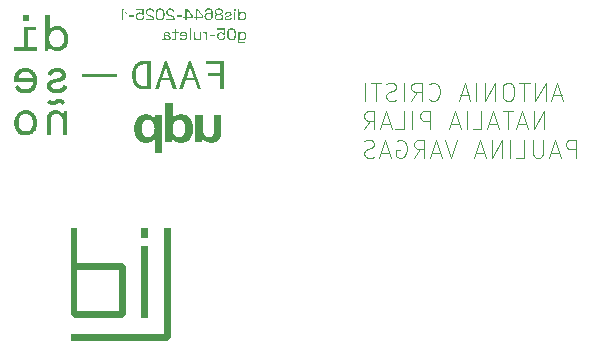
<source format=gbr>
%TF.GenerationSoftware,KiCad,Pcbnew,9.0.2*%
%TF.CreationDate,2025-06-20T16:00:47-04:00*%
%TF.ProjectId,proj02-g05,70726f6a-3032-42d6-9730-352e6b696361,rev?*%
%TF.SameCoordinates,Original*%
%TF.FileFunction,Legend,Bot*%
%TF.FilePolarity,Positive*%
%FSLAX46Y46*%
G04 Gerber Fmt 4.6, Leading zero omitted, Abs format (unit mm)*
G04 Created by KiCad (PCBNEW 9.0.2) date 2025-06-20 16:00:47*
%MOMM*%
%LPD*%
G01*
G04 APERTURE LIST*
%ADD10C,0.000000*%
%ADD11C,0.100000*%
G04 APERTURE END LIST*
D10*
G36*
X40283407Y-51339179D02*
G01*
X39727782Y-51339179D01*
X39727782Y-50499815D01*
X40283407Y-50499815D01*
X40283407Y-51339179D01*
G37*
G36*
X30909432Y-37836317D02*
G01*
X30919633Y-37925199D01*
X30923717Y-38014838D01*
X30921725Y-38104656D01*
X30913696Y-38194077D01*
X30899666Y-38282524D01*
X30879677Y-38369422D01*
X30853765Y-38454193D01*
X30821971Y-38536261D01*
X30784333Y-38615051D01*
X30740889Y-38689984D01*
X30691678Y-38760486D01*
X30636740Y-38825978D01*
X30576112Y-38885886D01*
X30509834Y-38939632D01*
X30437944Y-38986640D01*
X30360482Y-39026333D01*
X30277485Y-39058135D01*
X30188993Y-39081470D01*
X30095045Y-39095762D01*
X30009868Y-39102799D01*
X29926126Y-39106649D01*
X29844061Y-39106874D01*
X29763913Y-39103032D01*
X29724634Y-39099449D01*
X29685924Y-39094683D01*
X29647814Y-39088681D01*
X29610334Y-39081388D01*
X29573515Y-39072747D01*
X29537385Y-39062705D01*
X29501976Y-39051206D01*
X29467318Y-39038195D01*
X29433440Y-39023617D01*
X29400373Y-39007417D01*
X29368146Y-38989541D01*
X29336791Y-38969932D01*
X29306337Y-38948537D01*
X29276814Y-38925299D01*
X29248253Y-38900164D01*
X29220683Y-38873078D01*
X29194135Y-38843984D01*
X29168639Y-38812828D01*
X29144224Y-38779555D01*
X29120922Y-38744110D01*
X29098762Y-38706437D01*
X29077774Y-38666483D01*
X29057989Y-38624191D01*
X29039436Y-38579507D01*
X29034673Y-38546883D01*
X29307089Y-38407343D01*
X29335864Y-38464279D01*
X29368235Y-38516407D01*
X29403911Y-38563788D01*
X29442599Y-38606481D01*
X29484005Y-38644548D01*
X29527837Y-38678047D01*
X29573802Y-38707040D01*
X29621607Y-38731587D01*
X29670959Y-38751748D01*
X29721567Y-38767583D01*
X29773135Y-38779152D01*
X29825373Y-38786517D01*
X29877986Y-38789736D01*
X29930683Y-38788870D01*
X29983170Y-38783981D01*
X30035155Y-38775126D01*
X30086344Y-38762368D01*
X30136446Y-38745767D01*
X30185166Y-38725382D01*
X30232213Y-38701273D01*
X30277292Y-38673502D01*
X30320113Y-38642128D01*
X30360381Y-38607212D01*
X30397804Y-38568813D01*
X30432089Y-38526993D01*
X30462944Y-38481811D01*
X30490074Y-38433328D01*
X30513189Y-38381603D01*
X30531994Y-38326698D01*
X30546197Y-38268672D01*
X30555505Y-38207586D01*
X30559625Y-38143500D01*
X28971334Y-38143500D01*
X28965731Y-38087697D01*
X28962067Y-38025486D01*
X28960797Y-37947106D01*
X28961756Y-37903425D01*
X28964148Y-37857587D01*
X28968253Y-37810221D01*
X28968265Y-37810125D01*
X29345188Y-37810125D01*
X30535812Y-37810125D01*
X30525749Y-37750213D01*
X30510187Y-37693946D01*
X30489501Y-37641344D01*
X30464065Y-37592432D01*
X30434253Y-37547229D01*
X30400442Y-37505760D01*
X30363006Y-37468045D01*
X30322319Y-37434107D01*
X30278757Y-37403968D01*
X30232693Y-37377650D01*
X30184504Y-37355175D01*
X30134563Y-37336565D01*
X30083246Y-37321843D01*
X30030928Y-37311030D01*
X29977982Y-37304149D01*
X29924785Y-37301222D01*
X29871710Y-37302270D01*
X29819133Y-37307317D01*
X29767428Y-37316383D01*
X29716970Y-37329491D01*
X29668135Y-37346664D01*
X29621296Y-37367923D01*
X29576829Y-37393290D01*
X29535108Y-37422788D01*
X29496508Y-37456439D01*
X29461405Y-37494265D01*
X29430172Y-37536287D01*
X29403185Y-37582528D01*
X29380818Y-37633010D01*
X29363446Y-37687756D01*
X29351445Y-37746787D01*
X29345188Y-37810125D01*
X28968265Y-37810125D01*
X28974348Y-37761956D01*
X28982711Y-37713421D01*
X28993622Y-37665243D01*
X29007358Y-37618052D01*
X29024198Y-37572476D01*
X29041230Y-37526257D01*
X29060224Y-37481981D01*
X29081112Y-37439638D01*
X29103824Y-37399221D01*
X29128292Y-37360718D01*
X29154448Y-37324123D01*
X29182224Y-37289424D01*
X29211550Y-37256614D01*
X29242359Y-37225683D01*
X29274582Y-37196622D01*
X29308150Y-37169421D01*
X29342996Y-37144073D01*
X29379050Y-37120566D01*
X29416244Y-37098894D01*
X29454510Y-37079046D01*
X29493780Y-37061013D01*
X29575055Y-37030357D01*
X29659521Y-37006852D01*
X29746632Y-36990427D01*
X29835839Y-36981007D01*
X29926595Y-36978520D01*
X30018351Y-36982894D01*
X30110562Y-36994055D01*
X30202678Y-37011930D01*
X30295908Y-37038526D01*
X30382518Y-37073373D01*
X30462547Y-37115893D01*
X30536035Y-37165510D01*
X30603019Y-37221648D01*
X30663539Y-37283730D01*
X30717633Y-37351180D01*
X30765341Y-37423421D01*
X30806700Y-37499876D01*
X30841750Y-37579970D01*
X30870530Y-37663126D01*
X30893078Y-37748767D01*
X30904539Y-37810125D01*
X30909432Y-37836317D01*
G37*
G36*
X38410211Y-57825545D02*
G01*
X38117767Y-58117989D01*
X34040036Y-58117989D01*
X33747592Y-57825545D01*
X33747592Y-57825360D01*
X33747591Y-57825359D01*
X33747592Y-57825359D01*
X33748834Y-54046370D01*
X34305624Y-54046370D01*
X34305624Y-57562180D01*
X37854586Y-57562180D01*
X37854586Y-54046370D01*
X34305624Y-54046370D01*
X33748834Y-54046370D01*
X33750000Y-50500000D01*
X33749999Y-50499815D01*
X34305624Y-50499815D01*
X34305624Y-53490745D01*
X38117767Y-53490745D01*
X38410211Y-53783189D01*
X38410211Y-57562180D01*
X38410211Y-57825545D01*
G37*
G36*
X40283407Y-58117803D02*
G01*
X39727782Y-58117803D01*
X39727782Y-52042971D01*
X40283407Y-52042971D01*
X40283407Y-58117803D01*
G37*
G36*
X44923087Y-42074706D02*
G01*
X44924285Y-42132092D01*
X44928129Y-42192624D01*
X44934993Y-42255357D01*
X44945251Y-42319346D01*
X44959278Y-42383646D01*
X44977448Y-42447312D01*
X45000135Y-42509400D01*
X45027713Y-42568964D01*
X45043453Y-42597504D01*
X45060557Y-42625059D01*
X45079071Y-42651511D01*
X45099041Y-42676741D01*
X45120515Y-42700632D01*
X45143540Y-42723064D01*
X45168161Y-42743921D01*
X45194426Y-42763084D01*
X45222383Y-42780435D01*
X45252076Y-42795856D01*
X45283554Y-42809228D01*
X45316863Y-42820434D01*
X45352050Y-42829355D01*
X45389162Y-42835874D01*
X45428244Y-42839871D01*
X45469346Y-42841230D01*
X45505488Y-42840130D01*
X45539399Y-42836888D01*
X45571150Y-42831591D01*
X45600812Y-42824328D01*
X45628456Y-42815185D01*
X45654153Y-42804250D01*
X45677975Y-42791612D01*
X45699992Y-42777357D01*
X45720275Y-42761573D01*
X45738896Y-42744348D01*
X45755925Y-42725770D01*
X45771434Y-42705925D01*
X45785493Y-42684902D01*
X45798175Y-42662788D01*
X45809549Y-42639670D01*
X45819687Y-42615637D01*
X45828660Y-42590776D01*
X45836539Y-42565174D01*
X45843395Y-42538920D01*
X45849299Y-42512100D01*
X45854322Y-42484802D01*
X45858536Y-42457115D01*
X45864819Y-42400919D01*
X45868716Y-42344215D01*
X45870795Y-42287702D01*
X45871776Y-42178053D01*
X45871776Y-40945042D01*
X46491854Y-40945042D01*
X46491854Y-42401891D01*
X46488962Y-42497805D01*
X46480212Y-42590187D01*
X46465496Y-42678672D01*
X46444705Y-42762892D01*
X46431998Y-42803288D01*
X46417731Y-42842481D01*
X46401890Y-42880425D01*
X46384463Y-42917073D01*
X46365436Y-42952381D01*
X46344795Y-42986301D01*
X46322526Y-43018789D01*
X46298616Y-43049799D01*
X46273051Y-43079284D01*
X46245817Y-43107199D01*
X46216902Y-43133497D01*
X46186291Y-43158135D01*
X46153971Y-43181064D01*
X46119928Y-43202240D01*
X46084149Y-43221617D01*
X46046620Y-43239148D01*
X46007327Y-43254789D01*
X45966257Y-43268493D01*
X45923396Y-43280215D01*
X45878731Y-43289908D01*
X45832247Y-43297526D01*
X45783932Y-43303025D01*
X45733772Y-43306358D01*
X45681753Y-43307479D01*
X45621687Y-43305814D01*
X45562955Y-43300882D01*
X45505591Y-43292774D01*
X45449629Y-43281583D01*
X45395103Y-43267400D01*
X45342047Y-43250318D01*
X45290493Y-43230429D01*
X45240477Y-43207824D01*
X45192033Y-43182596D01*
X45145193Y-43154837D01*
X45099991Y-43124640D01*
X45056463Y-43092095D01*
X45014640Y-43057296D01*
X44974558Y-43020334D01*
X44936250Y-42981302D01*
X44899750Y-42940291D01*
X44890226Y-42940291D01*
X44890226Y-43253901D01*
X44302295Y-43253901D01*
X44302295Y-40945041D01*
X44302533Y-40945041D01*
X44923087Y-40945041D01*
X44923087Y-42074706D01*
G37*
G36*
X32035352Y-39620010D02*
G01*
X32035285Y-39619875D01*
X32035523Y-39619875D01*
X32035352Y-39620010D01*
G37*
G36*
X40515156Y-38758815D02*
G01*
X39823640Y-38758815D01*
X39777996Y-38757596D01*
X39733114Y-38753954D01*
X39689040Y-38747914D01*
X39645817Y-38739501D01*
X39603492Y-38728740D01*
X39562109Y-38715655D01*
X39521714Y-38700272D01*
X39482351Y-38682615D01*
X39444066Y-38662709D01*
X39406903Y-38640578D01*
X39370908Y-38616248D01*
X39336125Y-38589743D01*
X39302600Y-38561088D01*
X39270378Y-38530307D01*
X39239504Y-38497426D01*
X39210022Y-38462469D01*
X39181978Y-38425461D01*
X39155417Y-38386427D01*
X39130384Y-38345391D01*
X39106924Y-38302378D01*
X39085082Y-38257414D01*
X39064903Y-38210522D01*
X39046432Y-38161728D01*
X39029714Y-38111056D01*
X39014794Y-38058531D01*
X39001717Y-38004178D01*
X38990529Y-37948022D01*
X38981273Y-37890087D01*
X38973997Y-37830398D01*
X38968743Y-37768980D01*
X38965558Y-37705858D01*
X38964486Y-37641056D01*
X38964486Y-37534375D01*
X39245234Y-37534375D01*
X39245234Y-37628911D01*
X39248511Y-37727377D01*
X39258158Y-37820596D01*
X39273896Y-37908413D01*
X39283963Y-37950250D01*
X39295449Y-37990678D01*
X39308319Y-38029681D01*
X39322538Y-38067238D01*
X39338072Y-38103331D01*
X39354885Y-38137941D01*
X39372944Y-38171047D01*
X39392214Y-38202633D01*
X39412660Y-38232677D01*
X39434246Y-38261162D01*
X39456939Y-38288068D01*
X39480704Y-38313377D01*
X39505506Y-38337068D01*
X39531310Y-38359124D01*
X39558082Y-38379525D01*
X39585786Y-38398251D01*
X39614389Y-38415285D01*
X39643856Y-38430607D01*
X39674151Y-38444197D01*
X39705240Y-38456037D01*
X39737089Y-38466108D01*
X39769662Y-38474390D01*
X39802925Y-38480865D01*
X39836844Y-38485514D01*
X39871383Y-38488317D01*
X39906508Y-38489256D01*
X40217260Y-38489256D01*
X40217260Y-36674030D01*
X39906508Y-36674030D01*
X39871383Y-36674968D01*
X39836844Y-36677771D01*
X39802925Y-36682420D01*
X39769662Y-36688895D01*
X39737089Y-36697178D01*
X39705240Y-36707248D01*
X39674151Y-36719089D01*
X39643856Y-36732679D01*
X39614389Y-36748001D01*
X39585786Y-36765034D01*
X39558082Y-36783761D01*
X39531310Y-36804162D01*
X39505506Y-36826217D01*
X39480704Y-36849909D01*
X39456939Y-36875217D01*
X39434246Y-36902124D01*
X39412660Y-36930609D01*
X39392214Y-36960653D01*
X39372944Y-36992238D01*
X39354885Y-37025345D01*
X39338072Y-37059955D01*
X39322538Y-37096048D01*
X39308319Y-37133605D01*
X39295449Y-37172607D01*
X39283963Y-37213036D01*
X39273896Y-37254873D01*
X39265283Y-37298097D01*
X39258158Y-37342691D01*
X39252556Y-37388634D01*
X39248511Y-37435909D01*
X39246059Y-37484495D01*
X39245234Y-37534375D01*
X38964486Y-37534375D01*
X38964486Y-37517946D01*
X38968743Y-37389983D01*
X38981274Y-37268847D01*
X39001717Y-37154736D01*
X39014794Y-37100376D01*
X39029714Y-37047846D01*
X39046432Y-36997171D01*
X39064903Y-36948375D01*
X39085082Y-36901483D01*
X39106924Y-36856520D01*
X39130384Y-36813510D01*
X39155418Y-36772477D01*
X39181979Y-36733447D01*
X39210022Y-36696444D01*
X39239504Y-36661493D01*
X39270379Y-36628619D01*
X39302601Y-36597845D01*
X39336126Y-36569197D01*
X39370908Y-36542699D01*
X39406904Y-36518376D01*
X39444066Y-36496253D01*
X39482352Y-36476354D01*
X39521715Y-36458703D01*
X39562110Y-36443326D01*
X39603493Y-36430248D01*
X39645818Y-36419491D01*
X39689040Y-36411083D01*
X39733115Y-36405046D01*
X39777997Y-36401406D01*
X39823641Y-36400187D01*
X39823640Y-36399949D01*
X40515156Y-36399949D01*
X40515156Y-38489256D01*
X40515156Y-38758815D01*
G37*
G36*
X32809312Y-39591364D02*
G01*
X32835178Y-39592703D01*
X32860885Y-39595086D01*
X32886382Y-39598515D01*
X32911616Y-39602993D01*
X32936536Y-39608521D01*
X32961090Y-39615100D01*
X32985226Y-39622733D01*
X33008892Y-39631420D01*
X33032035Y-39641163D01*
X33054604Y-39651965D01*
X33076547Y-39663827D01*
X33097812Y-39676750D01*
X33118347Y-39690736D01*
X33138100Y-39705787D01*
X33157018Y-39721904D01*
X33175051Y-39739089D01*
X33192146Y-39757344D01*
X33208251Y-39776671D01*
X33223314Y-39797070D01*
X33237283Y-39818544D01*
X33250106Y-39841095D01*
X33261731Y-39864724D01*
X33272107Y-39889432D01*
X33023504Y-40073265D01*
X32988500Y-40061596D01*
X32973586Y-40035570D01*
X32958534Y-40012587D01*
X32943350Y-39992516D01*
X32928036Y-39975223D01*
X32912595Y-39960576D01*
X32897031Y-39948440D01*
X32881347Y-39938684D01*
X32865546Y-39931175D01*
X32849631Y-39925779D01*
X32833605Y-39922363D01*
X32817472Y-39920795D01*
X32801236Y-39920942D01*
X32784898Y-39922670D01*
X32768463Y-39925847D01*
X32751934Y-39930340D01*
X32735313Y-39936016D01*
X32718605Y-39942741D01*
X32701812Y-39950384D01*
X32667984Y-39967888D01*
X32599455Y-40008052D01*
X32564806Y-40028584D01*
X32529933Y-40047998D01*
X32494864Y-40065230D01*
X32477264Y-40072696D01*
X32459624Y-40079218D01*
X32432781Y-40087822D01*
X32406148Y-40095375D01*
X32379734Y-40101879D01*
X32353550Y-40107337D01*
X32327604Y-40111750D01*
X32301906Y-40115120D01*
X32276465Y-40117451D01*
X32251291Y-40118743D01*
X32226392Y-40119000D01*
X32201779Y-40118224D01*
X32177460Y-40116416D01*
X32153446Y-40113579D01*
X32129745Y-40109716D01*
X32106366Y-40104828D01*
X32083320Y-40098918D01*
X32060616Y-40091988D01*
X32038262Y-40084039D01*
X32016269Y-40075076D01*
X31994645Y-40065099D01*
X31973400Y-40054110D01*
X31952544Y-40042113D01*
X31932086Y-40029109D01*
X31912034Y-40015101D01*
X31892399Y-40000090D01*
X31873191Y-39984079D01*
X31854417Y-39967070D01*
X31836088Y-39949066D01*
X31818213Y-39930069D01*
X31800802Y-39910080D01*
X31783863Y-39889102D01*
X31767406Y-39867138D01*
X31751441Y-39844189D01*
X32035352Y-39620010D01*
X32050766Y-39650985D01*
X32066353Y-39678562D01*
X32082048Y-39702758D01*
X32097847Y-39723729D01*
X32113750Y-39741627D01*
X32129756Y-39756607D01*
X32145864Y-39768824D01*
X32162072Y-39778429D01*
X32178379Y-39785579D01*
X32194783Y-39790426D01*
X32211285Y-39793125D01*
X32227882Y-39793828D01*
X32244573Y-39792692D01*
X32261357Y-39789868D01*
X32278232Y-39785512D01*
X32295198Y-39779776D01*
X32312254Y-39772816D01*
X32329398Y-39764784D01*
X32363944Y-39746123D01*
X32398828Y-39725025D01*
X32434040Y-39702720D01*
X32469570Y-39680441D01*
X32505409Y-39659418D01*
X32541546Y-39640882D01*
X32559723Y-39632932D01*
X32577972Y-39626066D01*
X32602924Y-39618075D01*
X32628185Y-39611114D01*
X32653704Y-39605185D01*
X32679428Y-39600288D01*
X32705306Y-39596427D01*
X32731285Y-39593602D01*
X32757314Y-39591816D01*
X32783340Y-39591069D01*
X32809312Y-39591364D01*
G37*
G36*
X32715425Y-36978971D02*
G01*
X32782343Y-36987731D01*
X32847705Y-37000954D01*
X32911068Y-37018657D01*
X32971991Y-37040852D01*
X33030030Y-37067555D01*
X33084743Y-37098781D01*
X33135686Y-37134543D01*
X33182418Y-37174856D01*
X33224496Y-37219735D01*
X33261477Y-37269195D01*
X33292919Y-37323249D01*
X33318378Y-37381912D01*
X33337412Y-37445200D01*
X33349579Y-37513126D01*
X33354436Y-37585704D01*
X33351540Y-37662951D01*
X33340449Y-37744879D01*
X33336512Y-37763312D01*
X33331516Y-37781287D01*
X33325506Y-37798808D01*
X33318525Y-37815876D01*
X33310616Y-37832493D01*
X33301825Y-37848664D01*
X33292193Y-37864389D01*
X33281766Y-37879673D01*
X33270587Y-37894517D01*
X33258700Y-37908924D01*
X33232975Y-37936438D01*
X33204943Y-37962236D01*
X33174953Y-37986338D01*
X33143355Y-38008767D01*
X33110501Y-38029541D01*
X33076739Y-38048684D01*
X33042421Y-38066215D01*
X33007896Y-38082155D01*
X32973515Y-38096525D01*
X32939628Y-38109347D01*
X32906585Y-38120641D01*
X32883563Y-38127565D01*
X32858219Y-38134261D01*
X32801434Y-38147180D01*
X32669562Y-38172581D01*
X32524875Y-38200170D01*
X32452073Y-38215824D01*
X32381282Y-38233273D01*
X32363586Y-38238379D01*
X32346157Y-38244174D01*
X32329034Y-38250636D01*
X32312258Y-38257745D01*
X32295872Y-38265482D01*
X32279916Y-38273824D01*
X32264431Y-38282753D01*
X32249458Y-38292246D01*
X32235038Y-38302285D01*
X32221212Y-38312848D01*
X32208022Y-38323915D01*
X32195508Y-38335465D01*
X32183712Y-38347478D01*
X32172675Y-38359934D01*
X32162437Y-38372811D01*
X32153039Y-38386090D01*
X32144524Y-38399750D01*
X32136931Y-38413770D01*
X32130303Y-38428130D01*
X32124679Y-38442809D01*
X32120102Y-38457788D01*
X32116611Y-38473045D01*
X32114249Y-38488559D01*
X32113057Y-38504312D01*
X32113074Y-38520281D01*
X32114343Y-38536447D01*
X32116905Y-38552788D01*
X32120800Y-38569285D01*
X32126070Y-38585918D01*
X32132756Y-38602664D01*
X32140898Y-38619505D01*
X32150539Y-38636419D01*
X32166081Y-38658495D01*
X32184196Y-38678503D01*
X32204712Y-38696493D01*
X32227455Y-38712519D01*
X32252253Y-38726632D01*
X32278933Y-38738883D01*
X32307322Y-38749326D01*
X32337247Y-38758012D01*
X32368536Y-38764993D01*
X32401015Y-38770321D01*
X32434512Y-38774047D01*
X32468855Y-38776225D01*
X32539384Y-38776141D01*
X32611220Y-38770484D01*
X32682981Y-38759670D01*
X32753285Y-38744116D01*
X32820748Y-38724235D01*
X32883989Y-38700446D01*
X32941625Y-38673162D01*
X32967909Y-38658340D01*
X32992274Y-38642801D01*
X33014546Y-38626596D01*
X33034554Y-38609777D01*
X33052123Y-38592397D01*
X33067082Y-38574507D01*
X33083092Y-38552433D01*
X33098235Y-38530256D01*
X33112468Y-38507873D01*
X33119230Y-38496572D01*
X33125749Y-38485180D01*
X33132020Y-38473685D01*
X33138037Y-38462074D01*
X33143796Y-38450334D01*
X33149290Y-38438452D01*
X33154515Y-38426414D01*
X33159466Y-38414210D01*
X33164137Y-38401824D01*
X33168522Y-38389245D01*
X33168763Y-38389243D01*
X33494994Y-38556408D01*
X33482712Y-38583536D01*
X33467104Y-38614360D01*
X33444958Y-38653950D01*
X33431380Y-38676389D01*
X33416103Y-38700248D01*
X33399107Y-38725270D01*
X33380370Y-38751198D01*
X33359871Y-38777774D01*
X33337588Y-38804743D01*
X33313500Y-38831846D01*
X33287587Y-38858826D01*
X33245311Y-38897446D01*
X33199004Y-38933048D01*
X33149032Y-38965594D01*
X33095761Y-38995049D01*
X33039556Y-39021376D01*
X32980783Y-39044538D01*
X32919809Y-39064498D01*
X32856998Y-39081221D01*
X32792716Y-39094669D01*
X32727330Y-39104805D01*
X32661204Y-39111594D01*
X32594705Y-39114997D01*
X32528198Y-39114980D01*
X32462050Y-39111505D01*
X32396625Y-39104536D01*
X32332289Y-39094035D01*
X32269409Y-39079967D01*
X32208350Y-39062294D01*
X32149478Y-39040981D01*
X32093158Y-39015990D01*
X32039756Y-38987284D01*
X31989639Y-38954828D01*
X31943171Y-38918585D01*
X31900718Y-38878517D01*
X31862646Y-38834589D01*
X31829321Y-38786763D01*
X31801109Y-38735004D01*
X31778375Y-38679274D01*
X31761486Y-38619536D01*
X31750806Y-38555755D01*
X31746701Y-38487894D01*
X31749538Y-38415915D01*
X31755827Y-38366556D01*
X31765733Y-38320666D01*
X31779073Y-38278091D01*
X31795665Y-38238676D01*
X31815324Y-38202265D01*
X31837870Y-38168706D01*
X31863119Y-38137843D01*
X31890888Y-38109522D01*
X31920995Y-38083588D01*
X31953257Y-38059887D01*
X31987491Y-38038265D01*
X32023515Y-38018566D01*
X32100202Y-37984321D01*
X32181854Y-37955916D01*
X32267012Y-37932116D01*
X32354213Y-37911684D01*
X32528899Y-37875980D01*
X32613461Y-37858236D01*
X32694220Y-37838915D01*
X32769715Y-37816781D01*
X32838484Y-37790598D01*
X32863081Y-37778710D01*
X32885507Y-37765741D01*
X32905800Y-37751779D01*
X32923998Y-37736913D01*
X32940138Y-37721231D01*
X32954260Y-37704821D01*
X32966399Y-37687772D01*
X32976595Y-37670171D01*
X32984885Y-37652108D01*
X32991307Y-37633670D01*
X32995898Y-37614945D01*
X32998697Y-37596023D01*
X32999742Y-37576991D01*
X32999070Y-37557937D01*
X32996719Y-37538951D01*
X32992727Y-37520119D01*
X32987132Y-37501531D01*
X32979972Y-37483275D01*
X32971284Y-37465439D01*
X32961107Y-37448111D01*
X32949478Y-37431380D01*
X32936435Y-37415334D01*
X32922015Y-37400061D01*
X32906258Y-37385649D01*
X32889200Y-37372188D01*
X32870880Y-37359764D01*
X32851335Y-37348467D01*
X32830603Y-37338384D01*
X32808723Y-37329605D01*
X32785731Y-37322217D01*
X32761665Y-37316308D01*
X32736565Y-37311968D01*
X32704989Y-37308080D01*
X32674233Y-37305211D01*
X32644278Y-37303360D01*
X32615109Y-37302526D01*
X32586707Y-37302709D01*
X32559058Y-37303907D01*
X32532142Y-37306119D01*
X32505945Y-37309345D01*
X32480448Y-37313583D01*
X32455635Y-37318834D01*
X32431489Y-37325095D01*
X32407993Y-37332365D01*
X32385130Y-37340645D01*
X32362884Y-37349933D01*
X32341237Y-37360228D01*
X32320173Y-37371529D01*
X32299675Y-37383835D01*
X32279726Y-37397146D01*
X32260309Y-37411460D01*
X32241407Y-37426777D01*
X32223003Y-37443096D01*
X32205080Y-37460415D01*
X32187622Y-37478734D01*
X32170612Y-37498051D01*
X32154033Y-37518367D01*
X32137867Y-37539680D01*
X32122099Y-37561989D01*
X32106710Y-37585293D01*
X32077007Y-37634883D01*
X32048621Y-37688443D01*
X31755252Y-37527233D01*
X31758935Y-37515754D01*
X31763816Y-37502105D01*
X31770967Y-37483804D01*
X31780575Y-37461318D01*
X31792822Y-37435111D01*
X31807894Y-37405651D01*
X31816546Y-37389847D01*
X31825974Y-37373403D01*
X31863110Y-37316943D01*
X31905330Y-37264729D01*
X31952191Y-37216776D01*
X32003250Y-37173098D01*
X32058066Y-37133710D01*
X32116196Y-37098627D01*
X32177196Y-37067863D01*
X32240624Y-37041432D01*
X32306037Y-37019349D01*
X32372994Y-37001628D01*
X32441050Y-36988285D01*
X32509764Y-36979333D01*
X32578693Y-36974787D01*
X32647394Y-36974662D01*
X32715425Y-36978971D01*
G37*
G36*
X30202438Y-33000000D02*
G01*
X29750000Y-33000000D01*
X29750000Y-32523750D01*
X30202438Y-32523750D01*
X30202438Y-33000000D01*
G37*
G36*
X33552498Y-34466314D02*
G01*
X33548741Y-34573947D01*
X33536563Y-34680723D01*
X33516007Y-34785671D01*
X33487118Y-34887818D01*
X33449942Y-34986192D01*
X33404522Y-35079821D01*
X33350904Y-35167734D01*
X33289132Y-35248957D01*
X33219250Y-35322518D01*
X33141304Y-35387446D01*
X33055339Y-35442769D01*
X32961397Y-35487513D01*
X32859525Y-35520708D01*
X32749767Y-35541380D01*
X32632168Y-35548558D01*
X32506772Y-35541270D01*
X32462809Y-35535153D01*
X32421139Y-35527285D01*
X32381537Y-35517718D01*
X32343779Y-35506504D01*
X32307642Y-35493692D01*
X32272900Y-35479337D01*
X32239329Y-35463488D01*
X32206705Y-35446199D01*
X32174804Y-35427519D01*
X32143402Y-35407501D01*
X32112273Y-35386197D01*
X32081195Y-35363659D01*
X32049942Y-35339936D01*
X32018290Y-35315083D01*
X31952893Y-35262187D01*
X31838832Y-35503646D01*
X31607375Y-35500313D01*
X31607373Y-35500313D01*
X31607218Y-34508076D01*
X31932624Y-34508076D01*
X31938203Y-34583277D01*
X31949718Y-34657514D01*
X31967159Y-34730087D01*
X31990514Y-34800296D01*
X32019770Y-34867440D01*
X32054917Y-34930820D01*
X32095941Y-34989737D01*
X32142833Y-35043489D01*
X32195579Y-35091377D01*
X32254168Y-35132701D01*
X32318589Y-35166762D01*
X32388830Y-35192859D01*
X32464878Y-35210292D01*
X32546723Y-35218361D01*
X32634352Y-35216367D01*
X32727754Y-35203609D01*
X32784693Y-35189119D01*
X32838028Y-35168349D01*
X32887737Y-35141724D01*
X32933800Y-35109674D01*
X32976197Y-35072625D01*
X33014908Y-35031006D01*
X33049911Y-34985242D01*
X33081187Y-34935763D01*
X33108714Y-34882995D01*
X33132474Y-34827366D01*
X33152444Y-34769303D01*
X33168605Y-34709233D01*
X33180936Y-34647586D01*
X33189417Y-34584786D01*
X33194027Y-34521264D01*
X33194746Y-34457444D01*
X33191553Y-34393756D01*
X33184428Y-34330627D01*
X33173351Y-34268483D01*
X33158301Y-34207754D01*
X33139257Y-34148865D01*
X33116200Y-34092245D01*
X33089108Y-34038320D01*
X33057961Y-33987520D01*
X33022740Y-33940270D01*
X32983422Y-33896998D01*
X32939989Y-33858133D01*
X32892419Y-33824101D01*
X32840691Y-33795330D01*
X32784787Y-33772247D01*
X32724684Y-33755279D01*
X32660364Y-33744855D01*
X32569355Y-33740294D01*
X32484472Y-33745968D01*
X32405701Y-33761176D01*
X32333032Y-33785219D01*
X32266452Y-33817397D01*
X32205950Y-33857010D01*
X32151514Y-33903358D01*
X32103132Y-33955741D01*
X32060793Y-34013460D01*
X32024484Y-34075813D01*
X31994195Y-34142102D01*
X31969913Y-34211626D01*
X31951626Y-34283685D01*
X31939324Y-34357580D01*
X31932994Y-34432610D01*
X31932624Y-34508076D01*
X31607218Y-34508076D01*
X31606897Y-32454456D01*
X31964561Y-32452313D01*
X31964561Y-33690562D01*
X32014453Y-33646378D01*
X32066780Y-33602434D01*
X32093851Y-33580982D01*
X32121524Y-33560108D01*
X32149797Y-33539983D01*
X32178666Y-33520779D01*
X32208129Y-33502670D01*
X32238184Y-33485826D01*
X32268829Y-33470421D01*
X32300061Y-33456627D01*
X32331878Y-33444616D01*
X32364277Y-33434561D01*
X32397255Y-33426633D01*
X32430811Y-33421005D01*
X32567875Y-33410127D01*
X32695803Y-33413947D01*
X32814640Y-33431492D01*
X32924429Y-33461791D01*
X33025217Y-33503872D01*
X33117046Y-33556763D01*
X33199963Y-33619491D01*
X33274012Y-33691083D01*
X33339236Y-33770569D01*
X33395682Y-33856976D01*
X33443394Y-33949332D01*
X33482415Y-34046664D01*
X33512792Y-34148000D01*
X33534568Y-34252369D01*
X33547789Y-34358797D01*
X33552110Y-34457444D01*
X33552498Y-34466314D01*
G37*
G36*
X46695927Y-38758815D02*
G01*
X46398271Y-38758815D01*
X46398271Y-37682013D01*
X45395288Y-37682013D01*
X45395288Y-37424125D01*
X46398271Y-37424125D01*
X46398271Y-36678793D01*
X45215504Y-36678793D01*
X45215504Y-36399949D01*
X46695927Y-36399949D01*
X46695927Y-38758815D01*
G37*
G36*
X42733527Y-38758815D02*
G01*
X42422060Y-38758815D01*
X42185126Y-38033724D01*
X41429317Y-38033724D01*
X41192382Y-38758815D01*
X40880915Y-38758815D01*
X41218350Y-37795839D01*
X41506946Y-37795839D01*
X42107259Y-37795839D01*
X41812698Y-36894773D01*
X41801268Y-36894773D01*
X41506946Y-37795839D01*
X41218350Y-37795839D01*
X41534092Y-36894773D01*
X41533853Y-36894772D01*
X41707208Y-36399949D01*
X41906996Y-36399949D01*
X42080350Y-36894772D01*
X42396092Y-37795839D01*
X42733527Y-38758815D01*
G37*
G36*
X30821563Y-33785812D02*
G01*
X30131000Y-33785812D01*
X30131000Y-35166937D01*
X30893000Y-35166937D01*
X30893000Y-35500313D01*
X28988001Y-35500313D01*
X28988001Y-35166937D01*
X29773813Y-35166937D01*
X29773813Y-33476250D01*
X30821563Y-33476250D01*
X30821563Y-33785812D01*
G37*
G36*
X44803548Y-38758815D02*
G01*
X44492081Y-38758815D01*
X44255146Y-38033724D01*
X43499338Y-38033724D01*
X43262403Y-38758815D01*
X42950936Y-38758815D01*
X43288371Y-37795839D01*
X43576966Y-37795839D01*
X44177279Y-37795839D01*
X43882719Y-36894773D01*
X43871288Y-36894773D01*
X43576966Y-37795839D01*
X43288371Y-37795839D01*
X43604113Y-36894773D01*
X43603875Y-36894772D01*
X43777229Y-36399949D01*
X43977016Y-36399949D01*
X44150372Y-36894772D01*
X44466113Y-37795839D01*
X44803548Y-38758815D01*
G37*
G36*
X32529441Y-40546407D02*
G01*
X32573552Y-40550899D01*
X32617375Y-40557863D01*
X32660777Y-40567297D01*
X32703620Y-40579200D01*
X32745771Y-40593572D01*
X32787094Y-40610412D01*
X32827452Y-40629717D01*
X32866711Y-40651489D01*
X32904736Y-40675725D01*
X32941391Y-40702424D01*
X32976541Y-40731586D01*
X33010050Y-40763209D01*
X33041782Y-40797293D01*
X33071604Y-40833836D01*
X33095606Y-40794842D01*
X33121551Y-40754410D01*
X33147853Y-40714587D01*
X33172926Y-40677418D01*
X33213050Y-40619223D01*
X33229243Y-40596188D01*
X33464511Y-40596188D01*
X33464511Y-42620250D01*
X33085654Y-42620250D01*
X33085654Y-41532971D01*
X33083519Y-41461152D01*
X33080852Y-41426464D01*
X33077117Y-41392621D01*
X33072315Y-41359647D01*
X33066448Y-41327564D01*
X33059513Y-41296397D01*
X33051513Y-41266167D01*
X33042447Y-41236899D01*
X33032314Y-41208616D01*
X33021117Y-41181340D01*
X33008853Y-41155095D01*
X32995525Y-41129905D01*
X32981131Y-41105791D01*
X32965673Y-41082778D01*
X32949149Y-41060889D01*
X32931561Y-41040147D01*
X32912909Y-41020575D01*
X32893192Y-41002196D01*
X32872412Y-40985033D01*
X32850567Y-40969111D01*
X32827659Y-40954451D01*
X32803687Y-40941077D01*
X32778652Y-40929013D01*
X32752554Y-40918281D01*
X32725392Y-40908904D01*
X32697168Y-40900907D01*
X32667881Y-40894312D01*
X32637532Y-40889141D01*
X32606120Y-40885420D01*
X32573646Y-40883170D01*
X32540110Y-40882415D01*
X32497194Y-40883970D01*
X32454657Y-40888650D01*
X32412830Y-40896476D01*
X32392286Y-40901575D01*
X32372043Y-40907470D01*
X32352141Y-40914161D01*
X32332624Y-40921653D01*
X32313530Y-40929948D01*
X32294903Y-40939048D01*
X32276782Y-40948956D01*
X32259210Y-40959676D01*
X32242227Y-40971208D01*
X32225875Y-40983558D01*
X32210195Y-40996726D01*
X32195227Y-41010716D01*
X32181014Y-41025530D01*
X32167596Y-41041172D01*
X32155015Y-41057643D01*
X32143312Y-41074947D01*
X32132528Y-41093086D01*
X32122704Y-41112063D01*
X32113881Y-41131881D01*
X32106101Y-41152542D01*
X32099405Y-41174049D01*
X32093834Y-41196405D01*
X32089430Y-41219612D01*
X32086233Y-41243674D01*
X32084284Y-41268592D01*
X32083625Y-41294370D01*
X32083625Y-42620250D01*
X31726438Y-42620250D01*
X31726318Y-42620369D01*
X31726197Y-42620487D01*
X31726197Y-41272225D01*
X31726772Y-41244693D01*
X31728462Y-41217642D01*
X31731217Y-41191070D01*
X31734986Y-41164978D01*
X31739717Y-41139367D01*
X31745360Y-41114235D01*
X31751864Y-41089584D01*
X31759178Y-41065412D01*
X31767251Y-41041721D01*
X31776033Y-41018509D01*
X31785471Y-40995777D01*
X31795515Y-40973526D01*
X31806115Y-40951754D01*
X31817219Y-40930463D01*
X31828777Y-40909651D01*
X31840737Y-40889320D01*
X31866860Y-40849153D01*
X31895133Y-40811476D01*
X31925421Y-40776288D01*
X31957589Y-40743587D01*
X31991500Y-40713373D01*
X32027020Y-40685645D01*
X32064013Y-40660401D01*
X32102343Y-40637640D01*
X32141876Y-40617362D01*
X32182476Y-40599565D01*
X32224008Y-40584249D01*
X32266335Y-40571413D01*
X32309324Y-40561055D01*
X32352838Y-40553174D01*
X32396742Y-40547770D01*
X32440901Y-40544842D01*
X32485179Y-40544388D01*
X32529441Y-40546407D01*
G37*
G36*
X42231243Y-59768196D02*
G01*
X41928427Y-60063603D01*
X33747591Y-60063603D01*
X33747591Y-59507978D01*
X41675248Y-59507978D01*
X41675248Y-50499815D01*
X42230873Y-50499815D01*
X42231243Y-59768196D01*
G37*
G36*
X37680514Y-37704397D02*
G01*
X34750149Y-37704397D01*
X34750149Y-37451984D01*
X37680514Y-37451984D01*
X37680514Y-37704397D01*
G37*
G36*
X30914633Y-41622400D02*
G01*
X30910383Y-41722161D01*
X30898632Y-41821047D01*
X30879330Y-41918275D01*
X30852426Y-42013059D01*
X30817871Y-42104613D01*
X30775614Y-42192153D01*
X30725605Y-42274892D01*
X30667794Y-42352046D01*
X30602130Y-42422828D01*
X30528563Y-42486455D01*
X30447043Y-42542139D01*
X30357521Y-42589097D01*
X30259944Y-42626542D01*
X30154264Y-42653690D01*
X30040430Y-42669755D01*
X29918392Y-42673951D01*
X29788099Y-42665493D01*
X29683193Y-42647544D01*
X29585356Y-42618518D01*
X29494623Y-42579213D01*
X29411029Y-42530427D01*
X29334610Y-42472958D01*
X29265402Y-42407605D01*
X29203439Y-42335164D01*
X29148756Y-42256435D01*
X29101390Y-42172215D01*
X29061375Y-42083303D01*
X29028746Y-41990495D01*
X29003540Y-41894592D01*
X28985791Y-41796389D01*
X28975535Y-41696687D01*
X28973820Y-41633594D01*
X29337455Y-41633594D01*
X29338101Y-41682417D01*
X29340835Y-41730406D01*
X29345682Y-41777446D01*
X29352663Y-41823422D01*
X29361802Y-41868219D01*
X29373123Y-41911721D01*
X29386647Y-41953814D01*
X29402399Y-41994381D01*
X29420401Y-42033307D01*
X29440677Y-42070478D01*
X29463249Y-42105778D01*
X29488141Y-42139091D01*
X29515375Y-42170303D01*
X29544976Y-42199298D01*
X29576966Y-42225961D01*
X29611368Y-42250176D01*
X29648205Y-42271829D01*
X29687500Y-42290803D01*
X29729277Y-42306985D01*
X29773559Y-42320257D01*
X29820368Y-42330506D01*
X29869728Y-42337615D01*
X29921662Y-42341470D01*
X29976193Y-42341956D01*
X30033344Y-42338956D01*
X30093139Y-42332356D01*
X30148610Y-42321108D01*
X30200462Y-42303493D01*
X30248703Y-42279928D01*
X30293340Y-42250832D01*
X30334383Y-42216623D01*
X30371839Y-42177718D01*
X30405717Y-42134535D01*
X30436024Y-42087493D01*
X30462769Y-42037009D01*
X30485960Y-41983501D01*
X30505606Y-41927387D01*
X30521714Y-41869085D01*
X30534292Y-41809013D01*
X30543350Y-41747589D01*
X30548894Y-41685231D01*
X30550934Y-41622357D01*
X30549478Y-41559384D01*
X30544533Y-41496730D01*
X30536108Y-41434815D01*
X30524211Y-41374054D01*
X30508850Y-41314867D01*
X30490033Y-41257671D01*
X30467770Y-41202885D01*
X30442067Y-41150925D01*
X30412933Y-41102211D01*
X30380376Y-41057159D01*
X30344405Y-41016188D01*
X30305027Y-40979717D01*
X30262252Y-40948161D01*
X30216086Y-40921941D01*
X30166538Y-40901473D01*
X30113617Y-40887176D01*
X30113617Y-40887413D01*
X30080590Y-40881348D01*
X30047919Y-40876633D01*
X30015634Y-40873260D01*
X29983763Y-40871224D01*
X29952334Y-40870517D01*
X29921378Y-40871133D01*
X29890921Y-40873065D01*
X29860994Y-40876307D01*
X29831624Y-40880852D01*
X29802840Y-40886692D01*
X29774672Y-40893822D01*
X29747148Y-40902235D01*
X29720297Y-40911924D01*
X29694147Y-40922883D01*
X29668727Y-40935104D01*
X29644066Y-40948582D01*
X29620192Y-40963309D01*
X29597135Y-40979278D01*
X29574923Y-40996484D01*
X29553585Y-41014919D01*
X29533150Y-41034578D01*
X29513646Y-41055452D01*
X29495101Y-41077535D01*
X29477546Y-41100822D01*
X29461008Y-41125304D01*
X29445516Y-41150976D01*
X29431099Y-41177831D01*
X29417786Y-41205861D01*
X29405605Y-41235062D01*
X29394586Y-41265424D01*
X29384756Y-41296943D01*
X29376145Y-41329612D01*
X29364745Y-41381014D01*
X29355294Y-41432275D01*
X29347817Y-41483279D01*
X29342336Y-41533910D01*
X29338874Y-41584053D01*
X29337455Y-41633594D01*
X28973820Y-41633594D01*
X28972806Y-41596281D01*
X28977641Y-41495972D01*
X28990075Y-41396556D01*
X29010142Y-41298832D01*
X29037879Y-41203597D01*
X29073320Y-41111651D01*
X29116501Y-41023790D01*
X29167457Y-40940813D01*
X29226224Y-40863518D01*
X29292837Y-40792703D01*
X29367331Y-40729166D01*
X29449741Y-40673706D01*
X29540103Y-40627119D01*
X29638452Y-40590204D01*
X29744823Y-40563760D01*
X29859253Y-40548584D01*
X29981775Y-40545475D01*
X30112425Y-40555229D01*
X30214662Y-40573848D01*
X30310151Y-40603374D01*
X30398842Y-40643021D01*
X30480686Y-40692004D01*
X30555631Y-40749539D01*
X30623628Y-40814838D01*
X30684626Y-40887118D01*
X30738575Y-40965593D01*
X30785426Y-41049477D01*
X30825127Y-41137986D01*
X30857628Y-41230333D01*
X30882879Y-41325733D01*
X30900831Y-41423401D01*
X30911432Y-41522552D01*
X30914631Y-41622357D01*
X30914633Y-41622400D01*
G37*
G36*
X44102170Y-42211064D02*
G01*
X44092395Y-42327448D01*
X44075755Y-42440955D01*
X44051966Y-42550822D01*
X44020743Y-42656286D01*
X43981801Y-42756583D01*
X43959347Y-42804555D01*
X43934856Y-42850950D01*
X43908293Y-42895671D01*
X43879623Y-42938624D01*
X43848810Y-42979712D01*
X43815818Y-43018841D01*
X43780611Y-43055915D01*
X43743155Y-43090839D01*
X43703414Y-43123518D01*
X43661351Y-43153855D01*
X43616932Y-43181755D01*
X43570120Y-43207124D01*
X43520881Y-43229866D01*
X43469179Y-43249885D01*
X43414977Y-43267085D01*
X43358241Y-43281373D01*
X43298935Y-43292651D01*
X43237023Y-43300825D01*
X43172471Y-43305800D01*
X43105241Y-43307479D01*
X43051073Y-43306419D01*
X42997813Y-43303194D01*
X42945508Y-43297739D01*
X42894206Y-43289988D01*
X42843954Y-43279875D01*
X42794801Y-43267333D01*
X42746794Y-43252298D01*
X42699981Y-43234702D01*
X42654410Y-43214481D01*
X42610129Y-43191568D01*
X42567185Y-43165897D01*
X42525626Y-43137402D01*
X42485500Y-43106018D01*
X42446854Y-43071678D01*
X42409737Y-43034317D01*
X42374197Y-42993869D01*
X42365148Y-42993869D01*
X42365148Y-43253662D01*
X42365148Y-43253900D01*
X41763167Y-43253900D01*
X41763928Y-42092802D01*
X42387532Y-42092802D01*
X42389141Y-42154419D01*
X42394108Y-42217668D01*
X42402642Y-42281775D01*
X42414954Y-42345966D01*
X42431253Y-42409468D01*
X42451751Y-42471507D01*
X42476656Y-42531310D01*
X42506178Y-42588102D01*
X42522737Y-42615127D01*
X42540528Y-42641110D01*
X42559579Y-42665954D01*
X42579916Y-42689561D01*
X42601565Y-42711835D01*
X42624551Y-42732680D01*
X42648902Y-42751999D01*
X42674644Y-42769695D01*
X42701803Y-42785671D01*
X42730405Y-42799830D01*
X42760476Y-42812077D01*
X42792043Y-42822314D01*
X42825131Y-42830444D01*
X42859768Y-42836371D01*
X42895979Y-42839998D01*
X42933791Y-42841229D01*
X42971536Y-42839985D01*
X43007554Y-42836319D01*
X43041880Y-42830330D01*
X43074547Y-42822118D01*
X43105591Y-42811783D01*
X43135046Y-42799422D01*
X43162947Y-42785137D01*
X43189329Y-42769025D01*
X43214226Y-42751187D01*
X43237673Y-42731721D01*
X43259706Y-42710727D01*
X43280357Y-42688305D01*
X43299664Y-42664554D01*
X43317659Y-42639572D01*
X43334377Y-42613460D01*
X43349855Y-42586316D01*
X43364125Y-42558240D01*
X43377223Y-42529332D01*
X43389184Y-42499690D01*
X43400041Y-42469414D01*
X43409831Y-42438604D01*
X43418588Y-42407358D01*
X43433139Y-42343957D01*
X43443974Y-42280006D01*
X43451369Y-42216300D01*
X43455602Y-42153634D01*
X43456952Y-42092802D01*
X43457189Y-42092802D01*
X43455842Y-42033493D01*
X43451624Y-41972269D01*
X43444272Y-41909923D01*
X43433522Y-41847247D01*
X43419109Y-41785032D01*
X43400769Y-41724071D01*
X43378238Y-41665157D01*
X43351253Y-41609081D01*
X43336008Y-41582355D01*
X43319549Y-41556635D01*
X43301845Y-41532021D01*
X43282863Y-41508612D01*
X43262568Y-41486507D01*
X43240929Y-41465804D01*
X43217912Y-41446603D01*
X43193484Y-41429003D01*
X43167613Y-41413102D01*
X43140265Y-41399001D01*
X43111407Y-41386797D01*
X43081006Y-41376590D01*
X43049030Y-41368479D01*
X43015445Y-41362562D01*
X42980218Y-41358940D01*
X42943316Y-41357711D01*
X42906294Y-41358903D01*
X42870717Y-41362419D01*
X42836566Y-41368166D01*
X42803825Y-41376053D01*
X42772475Y-41385988D01*
X42742499Y-41397879D01*
X42713880Y-41411634D01*
X42686599Y-41427161D01*
X42660639Y-41444369D01*
X42635982Y-41463166D01*
X42612611Y-41483460D01*
X42590508Y-41505159D01*
X42569656Y-41528172D01*
X42550036Y-41552405D01*
X42531631Y-41577769D01*
X42514423Y-41604170D01*
X42498395Y-41631517D01*
X42483529Y-41659719D01*
X42469808Y-41688682D01*
X42457213Y-41718316D01*
X42445727Y-41748529D01*
X42435333Y-41779229D01*
X42417748Y-41841722D01*
X42404317Y-41905060D01*
X42394898Y-41968509D01*
X42389350Y-42031335D01*
X42387532Y-42092802D01*
X41763928Y-42092802D01*
X41765310Y-39983016D01*
X42385388Y-39983016D01*
X42383484Y-41214122D01*
X42392294Y-41214122D01*
X42427464Y-41174276D01*
X42463471Y-41137144D01*
X42500403Y-41102707D01*
X42538351Y-41070945D01*
X42577401Y-41041839D01*
X42617645Y-41015368D01*
X42659170Y-40991512D01*
X42702065Y-40970252D01*
X42746420Y-40951568D01*
X42792324Y-40935439D01*
X42839864Y-40921846D01*
X42889131Y-40910769D01*
X42940213Y-40902188D01*
X42993200Y-40896084D01*
X43048179Y-40892436D01*
X43105241Y-40891224D01*
X43172450Y-40892865D01*
X43236984Y-40897726D01*
X43298880Y-40905717D01*
X43358173Y-40916747D01*
X43414898Y-40930727D01*
X43469090Y-40947566D01*
X43520786Y-40967173D01*
X43570020Y-40989458D01*
X43616828Y-41014331D01*
X43661245Y-41041701D01*
X43703308Y-41071477D01*
X43743050Y-41103570D01*
X43780509Y-41137888D01*
X43815719Y-41174342D01*
X43848715Y-41212840D01*
X43879534Y-41253293D01*
X43908210Y-41295611D01*
X43934779Y-41339702D01*
X43959277Y-41385476D01*
X43981738Y-41432843D01*
X44002199Y-41481712D01*
X44020695Y-41531993D01*
X44037261Y-41583596D01*
X44051932Y-41636429D01*
X44064745Y-41690404D01*
X44075735Y-41745428D01*
X44092385Y-41858266D01*
X44102168Y-41974220D01*
X44105365Y-42092566D01*
X44105359Y-42092802D01*
X44102170Y-42211064D01*
G37*
G36*
X41477180Y-44194732D02*
G01*
X40857102Y-44194732D01*
X40857102Y-42989105D01*
X40847815Y-42989105D01*
X40807035Y-43034787D01*
X40766176Y-43076144D01*
X40725173Y-43113366D01*
X40683959Y-43146643D01*
X40642468Y-43176166D01*
X40600632Y-43202124D01*
X40558385Y-43224707D01*
X40515661Y-43244107D01*
X40472392Y-43260512D01*
X40428513Y-43274113D01*
X40383956Y-43285100D01*
X40338656Y-43293663D01*
X40292544Y-43299992D01*
X40245556Y-43304277D01*
X40197623Y-43306709D01*
X40148681Y-43307478D01*
X40080197Y-43305785D01*
X40014472Y-43300774D01*
X39951466Y-43292541D01*
X39891142Y-43281185D01*
X39833460Y-43266804D01*
X39778384Y-43249494D01*
X39725873Y-43229354D01*
X39675891Y-43206483D01*
X39628398Y-43180977D01*
X39583358Y-43152935D01*
X39540730Y-43122454D01*
X39500477Y-43089632D01*
X39462562Y-43054568D01*
X39426944Y-43017358D01*
X39393587Y-42978102D01*
X39362451Y-42936896D01*
X39333500Y-42893838D01*
X39306693Y-42849027D01*
X39281994Y-42802560D01*
X39259363Y-42754535D01*
X39238763Y-42705050D01*
X39220154Y-42654202D01*
X39203500Y-42602090D01*
X39188762Y-42548812D01*
X39164878Y-42439146D01*
X39148197Y-42325988D01*
X39138414Y-42210121D01*
X39135221Y-42092327D01*
X39782921Y-42092327D01*
X39784323Y-42151670D01*
X39788699Y-42213237D01*
X39796307Y-42276193D01*
X39807403Y-42339702D01*
X39822244Y-42402928D01*
X39841087Y-42465038D01*
X39864188Y-42525196D01*
X39891804Y-42582567D01*
X39907385Y-42609946D01*
X39924191Y-42636316D01*
X39942255Y-42661571D01*
X39961608Y-42685607D01*
X39982282Y-42708321D01*
X40004309Y-42729607D01*
X40027722Y-42749361D01*
X40052553Y-42767479D01*
X40078833Y-42783856D01*
X40106595Y-42798389D01*
X40135871Y-42810972D01*
X40166693Y-42821501D01*
X40199093Y-42829872D01*
X40233103Y-42835980D01*
X40268755Y-42839722D01*
X40306082Y-42840993D01*
X40343474Y-42839776D01*
X40379320Y-42836187D01*
X40413641Y-42830321D01*
X40446463Y-42822272D01*
X40477808Y-42812134D01*
X40507700Y-42800001D01*
X40536162Y-42785966D01*
X40563219Y-42770124D01*
X40588895Y-42752570D01*
X40613211Y-42733396D01*
X40636193Y-42712697D01*
X40657864Y-42690568D01*
X40678247Y-42667101D01*
X40697367Y-42642392D01*
X40715246Y-42616534D01*
X40731909Y-42589622D01*
X40747378Y-42561749D01*
X40761679Y-42533009D01*
X40774834Y-42503496D01*
X40786866Y-42473306D01*
X40797801Y-42442530D01*
X40807660Y-42411265D01*
X40824249Y-42347638D01*
X40836823Y-42283179D01*
X40845570Y-42218639D01*
X40850679Y-42154771D01*
X40852340Y-42092327D01*
X40850473Y-42030035D01*
X40844789Y-41966598D01*
X40835168Y-41902728D01*
X40821488Y-41839137D01*
X40803628Y-41776538D01*
X40781467Y-41715643D01*
X40754882Y-41657166D01*
X40723753Y-41601819D01*
X40706446Y-41575542D01*
X40687958Y-41550315D01*
X40668273Y-41526226D01*
X40647376Y-41503365D01*
X40625252Y-41481822D01*
X40601886Y-41461684D01*
X40577262Y-41443041D01*
X40551365Y-41425983D01*
X40524181Y-41410598D01*
X40495694Y-41396975D01*
X40465888Y-41385203D01*
X40434749Y-41375372D01*
X40402262Y-41367571D01*
X40368411Y-41361888D01*
X40333181Y-41358414D01*
X40296677Y-41357239D01*
X40259892Y-41358467D01*
X40224665Y-41362095D01*
X40191080Y-41368021D01*
X40159104Y-41376144D01*
X40128703Y-41386366D01*
X40099845Y-41398587D01*
X40072497Y-41412708D01*
X40046625Y-41428628D01*
X40022198Y-41446250D01*
X39999181Y-41465473D01*
X39977542Y-41486198D01*
X39957247Y-41508326D01*
X39938265Y-41531757D01*
X39920561Y-41556391D01*
X39904102Y-41582130D01*
X39888857Y-41608874D01*
X39874791Y-41636523D01*
X39861872Y-41664979D01*
X39850066Y-41694141D01*
X39839341Y-41723911D01*
X39829664Y-41754188D01*
X39821001Y-41784874D01*
X39806588Y-41847073D01*
X39795838Y-41909714D01*
X39788486Y-41971999D01*
X39784268Y-42033135D01*
X39782921Y-42092327D01*
X39135221Y-42092327D01*
X39138410Y-41974690D01*
X39148170Y-41859268D01*
X39164785Y-41746803D01*
X39188542Y-41638036D01*
X39219726Y-41533709D01*
X39258622Y-41434563D01*
X39281052Y-41387165D01*
X39305517Y-41341340D01*
X39332053Y-41297182D01*
X39360695Y-41254782D01*
X39391480Y-41214233D01*
X39424444Y-41175629D01*
X39459621Y-41139062D01*
X39497047Y-41104624D01*
X39536759Y-41072409D01*
X39578792Y-41042509D01*
X39623182Y-41015016D01*
X39669964Y-40990024D01*
X39719174Y-40967625D01*
X39770848Y-40947911D01*
X39825021Y-40930977D01*
X39881730Y-40916913D01*
X39941009Y-40905813D01*
X40002896Y-40897770D01*
X40067424Y-40892876D01*
X40134631Y-40891224D01*
X40201779Y-40893046D01*
X40265918Y-40898424D01*
X40327096Y-40907222D01*
X40385362Y-40919308D01*
X40440765Y-40934547D01*
X40493354Y-40952806D01*
X40543177Y-40973950D01*
X40590284Y-40997845D01*
X40634722Y-41024358D01*
X40676542Y-41053354D01*
X40715792Y-41084700D01*
X40752521Y-41118262D01*
X40786777Y-41153905D01*
X40818610Y-41191496D01*
X40848068Y-41230901D01*
X40875200Y-41271986D01*
X40884725Y-41271986D01*
X40884725Y-40945041D01*
X41477180Y-40945041D01*
X41477180Y-42092327D01*
X41477180Y-44194732D01*
G37*
D11*
G36*
X48047218Y-32351220D02*
G01*
X48066818Y-32351220D01*
X48084446Y-32323966D01*
X48107288Y-32297730D01*
X48130623Y-32277621D01*
X48158340Y-32259719D01*
X48187333Y-32246061D01*
X48220435Y-32235244D01*
X48255895Y-32228057D01*
X48295522Y-32224304D01*
X48316007Y-32223847D01*
X48352889Y-32225784D01*
X48388533Y-32231527D01*
X48422625Y-32240943D01*
X48455045Y-32253940D01*
X48485403Y-32270313D01*
X48513677Y-32290026D01*
X48539460Y-32312791D01*
X48562769Y-32338650D01*
X48583243Y-32367268D01*
X48600869Y-32398742D01*
X48615360Y-32432754D01*
X48626634Y-32469398D01*
X48634467Y-32508433D01*
X48638708Y-32549897D01*
X48639445Y-32576656D01*
X48639445Y-32594852D01*
X48637525Y-32637764D01*
X48631901Y-32678264D01*
X48622769Y-32716296D01*
X48610334Y-32751746D01*
X48594736Y-32784657D01*
X48576222Y-32814798D01*
X48530911Y-32866769D01*
X48475724Y-32906795D01*
X48412109Y-32933811D01*
X48341769Y-32946657D01*
X48316007Y-32947600D01*
X48275051Y-32945707D01*
X48238198Y-32940274D01*
X48205108Y-32931631D01*
X48175684Y-32920163D01*
X48125517Y-32889131D01*
X48085528Y-32847795D01*
X48064009Y-32814610D01*
X48044409Y-32814610D01*
X48044409Y-32928000D01*
X47936637Y-32928000D01*
X47936637Y-32579404D01*
X48047218Y-32579404D01*
X48047218Y-32592043D01*
X48049140Y-32630136D01*
X48054784Y-32665501D01*
X48063763Y-32697480D01*
X48075971Y-32726659D01*
X48091004Y-32752618D01*
X48108838Y-32775688D01*
X48152037Y-32812716D01*
X48204797Y-32837462D01*
X48266626Y-32848994D01*
X48286637Y-32849659D01*
X48320824Y-32847721D01*
X48353092Y-32841970D01*
X48382518Y-32832785D01*
X48409756Y-32820157D01*
X48434115Y-32804550D01*
X48456038Y-32785814D01*
X48475146Y-32764301D01*
X48491545Y-32739891D01*
X48505087Y-32712629D01*
X48515584Y-32682623D01*
X48526847Y-32613806D01*
X48527460Y-32592043D01*
X48527460Y-32579404D01*
X48525537Y-32541312D01*
X48519888Y-32505951D01*
X48510908Y-32474013D01*
X48498693Y-32444869D01*
X48483658Y-32418961D01*
X48465814Y-32395930D01*
X48422562Y-32358953D01*
X48369640Y-32334185D01*
X48307450Y-32322555D01*
X48286637Y-32321850D01*
X48252466Y-32323788D01*
X48220263Y-32329539D01*
X48190978Y-32338710D01*
X48163904Y-32351317D01*
X48139722Y-32366892D01*
X48117980Y-32385590D01*
X48099025Y-32407086D01*
X48082773Y-32431478D01*
X48058938Y-32488846D01*
X48047802Y-32557994D01*
X48047218Y-32579404D01*
X47936637Y-32579404D01*
X47936637Y-31948036D01*
X48047218Y-31948036D01*
X48047218Y-32351220D01*
G37*
G36*
X47650445Y-32137019D02*
G01*
X47631164Y-32135118D01*
X47613650Y-32129630D01*
X47598154Y-32120792D01*
X47585194Y-32108961D01*
X47575181Y-32094537D01*
X47568416Y-32077795D01*
X47565082Y-32053061D01*
X47566979Y-32033695D01*
X47572442Y-32016269D01*
X47592916Y-31988165D01*
X47607351Y-31978135D01*
X47624053Y-31971293D01*
X47650445Y-31967637D01*
X47669248Y-31969541D01*
X47686413Y-31975055D01*
X47701665Y-31983962D01*
X47714471Y-31995928D01*
X47724398Y-32010570D01*
X47731129Y-32027639D01*
X47734465Y-32053061D01*
X47732571Y-32071913D01*
X47727131Y-32088963D01*
X47706573Y-32116868D01*
X47692070Y-32126864D01*
X47675350Y-32133621D01*
X47650445Y-32137019D01*
G37*
G36*
X47705033Y-32928000D02*
G01*
X47594452Y-32928000D01*
X47594452Y-32243448D01*
X47705033Y-32243448D01*
X47705033Y-32928000D01*
G37*
G36*
X47086366Y-32947600D02*
G01*
X47041168Y-32945659D01*
X46999314Y-32939892D01*
X46962937Y-32930965D01*
X46929962Y-32918740D01*
X46902205Y-32904282D01*
X46877796Y-32887020D01*
X46857903Y-32868125D01*
X46841300Y-32846812D01*
X46828489Y-32823914D01*
X46819018Y-32798837D01*
X46810603Y-32742497D01*
X46810555Y-32737612D01*
X46812473Y-32708865D01*
X46818083Y-32682979D01*
X46826913Y-32660302D01*
X46838854Y-32640013D01*
X46872537Y-32604928D01*
X46921900Y-32575510D01*
X46992791Y-32550823D01*
X47068170Y-32534646D01*
X47125567Y-32524816D01*
X47174969Y-32513766D01*
X47214970Y-32498586D01*
X47234741Y-32486228D01*
X47250054Y-32471208D01*
X47259200Y-32456367D01*
X47264878Y-32439166D01*
X47266923Y-32418448D01*
X47264994Y-32398423D01*
X47259310Y-32380452D01*
X47238123Y-32351618D01*
X47202953Y-32330472D01*
X47150897Y-32318115D01*
X47115736Y-32316232D01*
X47080004Y-32318247D01*
X47047230Y-32324531D01*
X47021878Y-32333554D01*
X46999227Y-32346183D01*
X46981364Y-32360813D01*
X46966071Y-32378707D01*
X46953965Y-32399135D01*
X46944562Y-32422876D01*
X46937928Y-32450627D01*
X46834369Y-32424065D01*
X46843570Y-32391212D01*
X46856125Y-32361056D01*
X46871402Y-32334511D01*
X46889689Y-32310637D01*
X46934306Y-32271663D01*
X46990343Y-32243717D01*
X47058941Y-32227437D01*
X47115736Y-32223847D01*
X47158765Y-32225782D01*
X47198683Y-32231512D01*
X47233739Y-32240445D01*
X47265485Y-32252651D01*
X47292286Y-32267132D01*
X47315728Y-32284373D01*
X47334692Y-32303206D01*
X47350298Y-32324376D01*
X47362035Y-32346982D01*
X47370337Y-32371638D01*
X47376160Y-32419852D01*
X47374243Y-32447692D01*
X47368640Y-32473094D01*
X47347557Y-32516598D01*
X47313076Y-32553097D01*
X47262913Y-32583938D01*
X47192986Y-32609054D01*
X47136741Y-32621414D01*
X47079344Y-32631244D01*
X47014569Y-32645749D01*
X46965235Y-32665371D01*
X46947165Y-32678017D01*
X46933473Y-32693220D01*
X46925474Y-32708377D01*
X46920876Y-32725930D01*
X46919732Y-32741825D01*
X46921658Y-32762111D01*
X46927331Y-32780683D01*
X46948903Y-32811924D01*
X46984715Y-32835999D01*
X47036593Y-32851362D01*
X47086366Y-32855215D01*
X47124414Y-32853164D01*
X47160713Y-32846621D01*
X47189359Y-32837216D01*
X47215837Y-32823875D01*
X47237089Y-32808535D01*
X47256024Y-32789613D01*
X47271381Y-32768454D01*
X47284213Y-32743753D01*
X47294156Y-32715751D01*
X47301183Y-32683930D01*
X47301972Y-32678811D01*
X47406935Y-32702624D01*
X47399817Y-32739400D01*
X47389352Y-32773014D01*
X47376035Y-32802852D01*
X47359801Y-32829759D01*
X47319253Y-32874856D01*
X47267484Y-32909463D01*
X47203378Y-32933615D01*
X47125500Y-32946211D01*
X47086366Y-32947600D01*
G37*
G36*
X46354500Y-31930370D02*
G01*
X46401092Y-31936096D01*
X46443801Y-31945232D01*
X46483483Y-31957763D01*
X46518478Y-31972892D01*
X46550163Y-31990957D01*
X46576985Y-32010765D01*
X46600370Y-32033058D01*
X46619229Y-32056499D01*
X46634591Y-32082044D01*
X46645916Y-32108594D01*
X46653649Y-32136970D01*
X46658147Y-32183242D01*
X46658147Y-32198629D01*
X46656257Y-32229082D01*
X46650842Y-32256990D01*
X46630166Y-32306816D01*
X46597087Y-32349042D01*
X46552118Y-32383318D01*
X46497395Y-32407503D01*
X46488765Y-32410021D01*
X46488765Y-32428218D01*
X46518550Y-32436296D01*
X46549778Y-32449311D01*
X46577838Y-32465564D01*
X46604552Y-32486350D01*
X46625602Y-32508114D01*
X46643994Y-32533593D01*
X46657489Y-32559488D01*
X46667738Y-32588553D01*
X46673882Y-32618516D01*
X46676320Y-32651404D01*
X46676344Y-32655058D01*
X46676344Y-32670445D01*
X46674408Y-32703498D01*
X46668677Y-32734866D01*
X46659398Y-32764113D01*
X46646631Y-32791537D01*
X46610926Y-32840716D01*
X46561432Y-32882184D01*
X46497532Y-32914986D01*
X46418654Y-32937428D01*
X46324745Y-32947329D01*
X46305339Y-32947600D01*
X46254297Y-32945669D01*
X46206380Y-32939970D01*
X46162838Y-32930919D01*
X46122587Y-32918547D01*
X46086929Y-32903542D01*
X46054642Y-32885667D01*
X46026832Y-32865821D01*
X46002416Y-32843520D01*
X45982130Y-32819683D01*
X45965264Y-32793737D01*
X45952168Y-32766359D01*
X45942577Y-32737137D01*
X45936618Y-32706289D01*
X45934353Y-32673789D01*
X45934334Y-32670445D01*
X45934334Y-32655058D01*
X45934416Y-32653654D01*
X46047724Y-32653654D01*
X46047724Y-32664828D01*
X46049656Y-32692308D01*
X46055367Y-32717616D01*
X46064413Y-32740100D01*
X46076787Y-32760482D01*
X46111366Y-32795087D01*
X46160428Y-32821815D01*
X46226297Y-32839442D01*
X46305339Y-32845445D01*
X46351339Y-32843500D01*
X46393516Y-32837700D01*
X46429129Y-32828877D01*
X46460979Y-32816799D01*
X46486883Y-32802780D01*
X46509222Y-32786052D01*
X46526725Y-32768002D01*
X46540831Y-32747644D01*
X46551088Y-32725849D01*
X46557933Y-32701958D01*
X46561549Y-32664828D01*
X46561549Y-32653654D01*
X46559614Y-32625792D01*
X46553882Y-32600168D01*
X46544848Y-32577569D01*
X46532478Y-32557108D01*
X46498032Y-32522626D01*
X46449187Y-32496164D01*
X46383400Y-32478818D01*
X46305339Y-32473036D01*
X46258606Y-32474981D01*
X46215923Y-32480781D01*
X46180122Y-32489570D01*
X46148193Y-32501594D01*
X46122315Y-32515528D01*
X46100037Y-32532148D01*
X46082586Y-32550099D01*
X46068530Y-32570344D01*
X46058277Y-32592083D01*
X46051419Y-32615919D01*
X46047724Y-32653654D01*
X45934416Y-32653654D01*
X45936223Y-32622729D01*
X45941629Y-32593178D01*
X45962175Y-32540723D01*
X45994770Y-32496662D01*
X46038653Y-32461144D01*
X46091648Y-32436016D01*
X46120569Y-32428218D01*
X46120569Y-32410021D01*
X46089890Y-32399529D01*
X46059190Y-32384353D01*
X46033038Y-32366750D01*
X46008959Y-32345088D01*
X45990408Y-32322734D01*
X45974837Y-32297044D01*
X45963885Y-32270903D01*
X45956371Y-32241869D01*
X45952530Y-32198629D01*
X45952530Y-32195821D01*
X46065920Y-32195821D01*
X46065920Y-32207056D01*
X46067855Y-32232883D01*
X46073589Y-32256651D01*
X46082660Y-32277663D01*
X46095091Y-32296657D01*
X46130006Y-32328666D01*
X46180010Y-32352840D01*
X46247764Y-32367604D01*
X46305339Y-32370821D01*
X46350242Y-32368881D01*
X46391099Y-32363123D01*
X46425365Y-32354383D01*
X46455710Y-32342467D01*
X46480118Y-32328683D01*
X46500858Y-32312301D01*
X46516808Y-32294673D01*
X46529292Y-32274868D01*
X46537962Y-32253656D01*
X46543152Y-32230487D01*
X46544758Y-32207056D01*
X46544758Y-32195821D01*
X46542826Y-32170048D01*
X46537121Y-32146326D01*
X46528057Y-32125214D01*
X46515659Y-32106125D01*
X46480781Y-32073767D01*
X46430953Y-32049209D01*
X46363856Y-32034090D01*
X46305339Y-32030651D01*
X46260435Y-32032592D01*
X46219578Y-32038362D01*
X46185388Y-32047106D01*
X46155099Y-32059037D01*
X46130754Y-32072831D01*
X46110049Y-32089240D01*
X46094103Y-32106917D01*
X46081598Y-32126799D01*
X46072874Y-32148140D01*
X46067612Y-32171477D01*
X46065920Y-32195821D01*
X45952530Y-32195821D01*
X45952530Y-32183242D01*
X45954458Y-32152482D01*
X45960137Y-32123421D01*
X45982055Y-32070769D01*
X46017805Y-32024856D01*
X46067824Y-31986002D01*
X46132818Y-31955495D01*
X46212956Y-31935467D01*
X46305339Y-31928436D01*
X46354500Y-31930370D01*
G37*
G36*
X45476629Y-31930377D02*
G01*
X45519537Y-31936149D01*
X45558335Y-31945283D01*
X45594450Y-31957846D01*
X45626768Y-31973215D01*
X45656377Y-31991673D01*
X45682607Y-32012639D01*
X45706069Y-32036437D01*
X45726504Y-32062764D01*
X45744044Y-32091758D01*
X45770222Y-32157985D01*
X45783738Y-32235915D01*
X45785285Y-32275627D01*
X45785285Y-32617262D01*
X45783357Y-32657012D01*
X45777684Y-32694594D01*
X45768504Y-32729675D01*
X45755949Y-32762455D01*
X45740186Y-32792833D01*
X45721365Y-32820749D01*
X45674790Y-32869185D01*
X45616789Y-32907090D01*
X45547901Y-32933332D01*
X45468935Y-32946417D01*
X45435285Y-32947600D01*
X45392632Y-32945666D01*
X45351805Y-32939942D01*
X45313407Y-32930661D01*
X45277224Y-32917898D01*
X45244000Y-32902059D01*
X45213327Y-32883071D01*
X45185932Y-32861510D01*
X45161372Y-32837133D01*
X45140220Y-32810589D01*
X45122156Y-32781532D01*
X45107549Y-32750534D01*
X45096287Y-32717282D01*
X45088583Y-32682135D01*
X45084511Y-32644950D01*
X45083880Y-32622818D01*
X45083880Y-32610240D01*
X45197270Y-32610240D01*
X45197270Y-32621414D01*
X45199195Y-32654464D01*
X45204856Y-32685257D01*
X45213909Y-32713253D01*
X45226250Y-32738856D01*
X45241622Y-32761844D01*
X45259924Y-32782262D01*
X45305087Y-32815218D01*
X45361423Y-32836803D01*
X45428569Y-32845381D01*
X45435285Y-32845445D01*
X45471239Y-32843513D01*
X45504884Y-32837801D01*
X45535231Y-32828734D01*
X45563022Y-32816326D01*
X45587439Y-32801161D01*
X45609100Y-32783055D01*
X45627499Y-32762556D01*
X45642934Y-32739440D01*
X45655180Y-32713976D01*
X45664190Y-32686131D01*
X45671890Y-32623164D01*
X45671895Y-32621414D01*
X45671895Y-32610240D01*
X45669970Y-32577109D01*
X45664315Y-32546097D01*
X45655223Y-32517638D01*
X45642825Y-32491514D01*
X45627362Y-32467949D01*
X45608960Y-32446957D01*
X45563763Y-32413069D01*
X45507959Y-32390934D01*
X45442312Y-32382131D01*
X45435285Y-32382056D01*
X45400419Y-32383984D01*
X45367594Y-32389670D01*
X45337459Y-32398798D01*
X45309705Y-32411280D01*
X45284945Y-32426674D01*
X45262866Y-32445032D01*
X45243920Y-32465882D01*
X45227940Y-32489346D01*
X45215193Y-32515082D01*
X45205720Y-32543135D01*
X45199694Y-32573414D01*
X45197304Y-32605758D01*
X45197270Y-32610240D01*
X45083880Y-32610240D01*
X45083880Y-32606026D01*
X45085800Y-32567513D01*
X45091424Y-32531066D01*
X45100604Y-32496602D01*
X45113112Y-32464411D01*
X45147740Y-32406628D01*
X45194253Y-32358610D01*
X45251499Y-32321636D01*
X45317936Y-32297271D01*
X45354028Y-32290308D01*
X45391481Y-32287085D01*
X45404449Y-32286862D01*
X45446983Y-32288745D01*
X45485219Y-32294109D01*
X45519886Y-32302696D01*
X45550490Y-32313994D01*
X45601915Y-32344180D01*
X45640350Y-32382667D01*
X45652294Y-32400252D01*
X45671895Y-32400252D01*
X45671895Y-32264453D01*
X45669954Y-32227927D01*
X45664181Y-32194107D01*
X45655186Y-32164507D01*
X45642848Y-32137576D01*
X45627852Y-32114240D01*
X45609870Y-32093572D01*
X45565905Y-32061005D01*
X45510324Y-32039709D01*
X45441723Y-32030794D01*
X45431071Y-32030651D01*
X45392295Y-32032572D01*
X45357158Y-32038203D01*
X45326786Y-32046939D01*
X45299796Y-32058750D01*
X45276819Y-32073002D01*
X45257044Y-32089826D01*
X45227304Y-32130190D01*
X45210018Y-32179810D01*
X45205696Y-32225252D01*
X45090902Y-32225252D01*
X45092845Y-32188470D01*
X45098628Y-32153376D01*
X45107928Y-32120871D01*
X45120769Y-32090315D01*
X45136759Y-32062374D01*
X45156042Y-32036628D01*
X45178319Y-32013452D01*
X45203708Y-31992734D01*
X45232166Y-31974618D01*
X45263622Y-31959268D01*
X45336050Y-31937326D01*
X45421390Y-31928519D01*
X45431071Y-31928436D01*
X45476629Y-31930377D01*
G37*
G36*
X44967682Y-32593448D02*
G01*
X44967682Y-32727842D01*
X44456665Y-32727842D01*
X44456665Y-32928000D01*
X44343275Y-32928000D01*
X44343275Y-32727842D01*
X44175297Y-32727842D01*
X44175297Y-32625627D01*
X44343275Y-32625627D01*
X44456665Y-32625627D01*
X44854292Y-32625627D01*
X44854292Y-32608835D01*
X44476265Y-32016668D01*
X44456665Y-32016668D01*
X44456665Y-32625627D01*
X44343275Y-32625627D01*
X44343275Y-31948036D01*
X44556071Y-31948036D01*
X44967682Y-32593448D01*
G37*
G36*
X44093292Y-32593448D02*
G01*
X44093292Y-32727842D01*
X43582275Y-32727842D01*
X43582275Y-32928000D01*
X43468885Y-32928000D01*
X43468885Y-32727842D01*
X43300907Y-32727842D01*
X43300907Y-32625627D01*
X43468885Y-32625627D01*
X43582275Y-32625627D01*
X43979903Y-32625627D01*
X43979903Y-32608835D01*
X43601876Y-32016668D01*
X43582275Y-32016668D01*
X43582275Y-32625627D01*
X43468885Y-32625627D01*
X43468885Y-31948036D01*
X43681682Y-31948036D01*
X44093292Y-32593448D01*
G37*
G36*
X43153079Y-32618605D02*
G01*
X42738721Y-32618605D01*
X42738721Y-32516450D01*
X43153079Y-32516450D01*
X43153079Y-32618605D01*
G37*
G36*
X42552486Y-32928000D02*
G01*
X41859508Y-32928000D01*
X41859508Y-32825845D01*
X42437692Y-32825845D01*
X42437692Y-32802031D01*
X42435739Y-32767533D01*
X42429886Y-32737503D01*
X42421276Y-32713848D01*
X42409511Y-32693029D01*
X42376941Y-32658722D01*
X42326864Y-32628635D01*
X42244493Y-32596962D01*
X42224896Y-32590639D01*
X42149302Y-32566825D01*
X42084151Y-32544039D01*
X42025402Y-32517841D01*
X41986857Y-32495844D01*
X41952484Y-32471006D01*
X41926686Y-32447247D01*
X41904341Y-32420843D01*
X41887073Y-32394121D01*
X41873009Y-32364757D01*
X41862590Y-32333634D01*
X41855442Y-32299662D01*
X41851143Y-32240639D01*
X41851143Y-32228061D01*
X41853071Y-32192398D01*
X41858756Y-32158476D01*
X41868019Y-32126483D01*
X41880717Y-32096452D01*
X41916042Y-32042473D01*
X41964108Y-31997318D01*
X42024421Y-31962193D01*
X42096305Y-31938707D01*
X42178661Y-31928674D01*
X42194121Y-31928436D01*
X42237988Y-31930379D01*
X42279958Y-31936170D01*
X42318794Y-31945454D01*
X42355369Y-31958275D01*
X42388423Y-31974011D01*
X42418938Y-31992961D01*
X42445875Y-32014328D01*
X42470050Y-32038615D01*
X42490777Y-32065054D01*
X42508528Y-32094180D01*
X42522942Y-32125474D01*
X42534130Y-32159295D01*
X42541913Y-32195519D01*
X42546152Y-32234175D01*
X42546930Y-32260240D01*
X42546930Y-32278436D01*
X42434883Y-32278436D01*
X42434883Y-32258835D01*
X42432958Y-32223051D01*
X42427298Y-32190332D01*
X42418433Y-32161597D01*
X42406392Y-32135722D01*
X42391576Y-32113022D01*
X42373978Y-32093090D01*
X42330466Y-32061202D01*
X42275149Y-32040025D01*
X42206962Y-32030859D01*
X42194121Y-32030651D01*
X42158078Y-32032581D01*
X42124285Y-32038275D01*
X42093689Y-32047337D01*
X42065736Y-32059721D01*
X42041414Y-32074755D01*
X42020020Y-32092657D01*
X42002299Y-32112617D01*
X41987735Y-32135043D01*
X41976729Y-32159282D01*
X41969131Y-32185674D01*
X41964533Y-32230808D01*
X41964533Y-32236426D01*
X41966459Y-32269229D01*
X41972127Y-32298975D01*
X41981001Y-32324998D01*
X41993062Y-32348537D01*
X42026735Y-32389434D01*
X42075496Y-32424558D01*
X42144902Y-32455714D01*
X42175925Y-32466014D01*
X42252922Y-32489828D01*
X42326708Y-32515185D01*
X42391413Y-32544159D01*
X42427528Y-32565453D01*
X42459466Y-32589612D01*
X42483120Y-32612738D01*
X42503515Y-32638644D01*
X42519412Y-32665443D01*
X42532310Y-32695182D01*
X42548619Y-32763648D01*
X42552486Y-32825845D01*
X42552486Y-32928000D01*
G37*
G36*
X41379912Y-31930387D02*
G01*
X41422712Y-31936229D01*
X41461147Y-31945421D01*
X41497102Y-31958131D01*
X41529236Y-31973653D01*
X41558886Y-31992399D01*
X41585307Y-32013764D01*
X41609190Y-32038168D01*
X41648730Y-32095559D01*
X41677473Y-32165540D01*
X41694515Y-32249631D01*
X41698613Y-32323254D01*
X41698613Y-32552842D01*
X41696678Y-32604605D01*
X41690948Y-32652731D01*
X41681958Y-32695602D01*
X41669661Y-32735108D01*
X41654704Y-32770137D01*
X41636835Y-32802012D01*
X41616597Y-32830177D01*
X41593738Y-32855318D01*
X41540701Y-32896402D01*
X41477202Y-32925837D01*
X41402156Y-32943225D01*
X41334630Y-32947600D01*
X41288593Y-32945646D01*
X41245132Y-32939784D01*
X41206362Y-32930602D01*
X41170130Y-32917896D01*
X41137931Y-32902437D01*
X41108244Y-32883751D01*
X41081899Y-32862507D01*
X41058097Y-32838218D01*
X41037111Y-32811155D01*
X41018787Y-32781104D01*
X40990227Y-32711294D01*
X40973274Y-32627056D01*
X40969182Y-32552842D01*
X40969182Y-32323254D01*
X40969447Y-32316232D01*
X41082633Y-32316232D01*
X41082633Y-32558460D01*
X41084587Y-32604422D01*
X41090449Y-32646800D01*
X41099382Y-32682793D01*
X41111679Y-32715483D01*
X41126224Y-32742974D01*
X41143711Y-32767397D01*
X41163174Y-32787792D01*
X41185326Y-32805230D01*
X41236899Y-32830668D01*
X41300143Y-32843851D01*
X41334630Y-32845445D01*
X41372447Y-32843505D01*
X41407187Y-32837739D01*
X41437306Y-32828805D01*
X41464648Y-32816570D01*
X41488494Y-32801627D01*
X41509724Y-32783714D01*
X41544313Y-32739246D01*
X41569003Y-32681705D01*
X41582908Y-32608645D01*
X41585224Y-32558460D01*
X41585224Y-32316232D01*
X41583276Y-32271329D01*
X41577459Y-32229834D01*
X41568515Y-32194109D01*
X41556228Y-32161610D01*
X41541599Y-32134001D01*
X41524051Y-32109452D01*
X41504472Y-32088838D01*
X41482249Y-32071209D01*
X41430701Y-32045483D01*
X41368078Y-32032222D01*
X41334630Y-32030651D01*
X41297330Y-32032591D01*
X41262882Y-32038352D01*
X41232706Y-32047335D01*
X41205193Y-32059645D01*
X41181038Y-32074724D01*
X41159458Y-32092806D01*
X41124185Y-32137628D01*
X41099018Y-32195254D01*
X41084929Y-32267642D01*
X41082633Y-32316232D01*
X40969447Y-32316232D01*
X40971118Y-32271977D01*
X40976851Y-32224199D01*
X40985863Y-32181491D01*
X40998199Y-32142060D01*
X41013223Y-32107004D01*
X41031183Y-32075046D01*
X41051535Y-32046761D01*
X41074533Y-32021473D01*
X41127873Y-31980095D01*
X41191642Y-31950420D01*
X41266818Y-31932877D01*
X41334630Y-31928436D01*
X41379912Y-31930387D01*
G37*
G36*
X40811523Y-32928000D02*
G01*
X40118545Y-32928000D01*
X40118545Y-32825845D01*
X40696729Y-32825845D01*
X40696729Y-32802031D01*
X40694776Y-32767533D01*
X40688923Y-32737503D01*
X40680313Y-32713848D01*
X40668548Y-32693029D01*
X40635978Y-32658722D01*
X40585901Y-32628635D01*
X40503530Y-32596962D01*
X40483933Y-32590639D01*
X40408339Y-32566825D01*
X40343188Y-32544039D01*
X40284439Y-32517841D01*
X40245894Y-32495844D01*
X40211521Y-32471006D01*
X40185723Y-32447247D01*
X40163378Y-32420843D01*
X40146110Y-32394121D01*
X40132046Y-32364757D01*
X40121627Y-32333634D01*
X40114479Y-32299662D01*
X40110180Y-32240639D01*
X40110180Y-32228061D01*
X40112108Y-32192398D01*
X40117793Y-32158476D01*
X40127056Y-32126483D01*
X40139754Y-32096452D01*
X40175079Y-32042473D01*
X40223145Y-31997318D01*
X40283458Y-31962193D01*
X40355342Y-31938707D01*
X40437698Y-31928674D01*
X40453158Y-31928436D01*
X40497025Y-31930379D01*
X40538994Y-31936170D01*
X40577831Y-31945454D01*
X40614406Y-31958275D01*
X40647460Y-31974011D01*
X40677975Y-31992961D01*
X40704912Y-32014328D01*
X40729087Y-32038615D01*
X40749814Y-32065054D01*
X40767565Y-32094180D01*
X40781979Y-32125474D01*
X40793167Y-32159295D01*
X40800950Y-32195519D01*
X40805189Y-32234175D01*
X40805967Y-32260240D01*
X40805967Y-32278436D01*
X40693920Y-32278436D01*
X40693920Y-32258835D01*
X40691995Y-32223051D01*
X40686335Y-32190332D01*
X40677470Y-32161597D01*
X40665429Y-32135722D01*
X40650612Y-32113022D01*
X40633015Y-32093090D01*
X40589503Y-32061202D01*
X40534186Y-32040025D01*
X40465999Y-32030859D01*
X40453158Y-32030651D01*
X40417115Y-32032581D01*
X40383322Y-32038275D01*
X40352726Y-32047337D01*
X40324773Y-32059721D01*
X40300451Y-32074755D01*
X40279057Y-32092657D01*
X40261336Y-32112617D01*
X40246772Y-32135043D01*
X40235766Y-32159282D01*
X40228168Y-32185674D01*
X40223570Y-32230808D01*
X40223570Y-32236426D01*
X40225496Y-32269229D01*
X40231164Y-32298975D01*
X40240038Y-32324998D01*
X40252099Y-32348537D01*
X40285772Y-32389434D01*
X40334533Y-32424558D01*
X40403939Y-32455714D01*
X40434962Y-32466014D01*
X40511959Y-32489828D01*
X40585745Y-32515185D01*
X40650450Y-32544159D01*
X40686565Y-32565453D01*
X40718503Y-32589612D01*
X40742157Y-32612738D01*
X40762552Y-32638644D01*
X40778449Y-32665443D01*
X40791347Y-32695182D01*
X40807656Y-32763648D01*
X40811523Y-32825845D01*
X40811523Y-32928000D01*
G37*
G36*
X39618824Y-32947600D02*
G01*
X39575443Y-32945671D01*
X39534515Y-32939982D01*
X39496675Y-32930841D01*
X39461409Y-32918335D01*
X39429181Y-32902809D01*
X39399649Y-32884271D01*
X39373066Y-32863004D01*
X39349324Y-32839033D01*
X39310689Y-32783445D01*
X39284356Y-32718020D01*
X39271375Y-32643181D01*
X39270229Y-32611644D01*
X39270229Y-32596257D01*
X39272148Y-32555461D01*
X39277770Y-32517059D01*
X39286882Y-32481144D01*
X39299281Y-32447779D01*
X39314834Y-32416918D01*
X39333284Y-32388791D01*
X39378508Y-32340667D01*
X39433744Y-32304281D01*
X39497629Y-32280794D01*
X39568450Y-32271513D01*
X39576815Y-32271414D01*
X39616138Y-32273293D01*
X39651393Y-32278629D01*
X39683445Y-32287196D01*
X39711633Y-32298429D01*
X39759168Y-32328579D01*
X39794671Y-32367149D01*
X39807868Y-32389017D01*
X39827469Y-32389017D01*
X39827469Y-32050252D01*
X39296851Y-32050252D01*
X39296851Y-31948036D01*
X39940859Y-31948036D01*
X39940859Y-32478654D01*
X39786863Y-32478654D01*
X39765699Y-32444709D01*
X39734630Y-32411520D01*
X39712392Y-32395675D01*
X39685825Y-32382612D01*
X39658892Y-32374230D01*
X39628022Y-32369212D01*
X39602033Y-32368012D01*
X39569986Y-32369941D01*
X39539833Y-32375633D01*
X39512146Y-32384783D01*
X39486661Y-32397308D01*
X39463796Y-32412879D01*
X39443435Y-32431480D01*
X39425811Y-32452895D01*
X39411019Y-32477049D01*
X39390554Y-32533340D01*
X39383618Y-32597661D01*
X39383618Y-32610240D01*
X39385556Y-32646500D01*
X39391299Y-32680155D01*
X39400308Y-32709918D01*
X39412648Y-32737044D01*
X39427702Y-32760711D01*
X39445717Y-32781689D01*
X39489659Y-32814809D01*
X39544732Y-32836389D01*
X39611840Y-32845316D01*
X39621633Y-32845445D01*
X39658416Y-32843503D01*
X39692652Y-32837718D01*
X39722758Y-32828685D01*
X39750215Y-32816278D01*
X39773899Y-32801270D01*
X39794859Y-32783266D01*
X39812537Y-32762873D01*
X39827358Y-32739726D01*
X39847875Y-32685455D01*
X39855428Y-32619401D01*
X39855435Y-32617262D01*
X39855435Y-32604622D01*
X39970229Y-32604622D01*
X39970229Y-32621414D01*
X39968294Y-32660717D01*
X39962570Y-32698091D01*
X39953326Y-32732940D01*
X39940621Y-32765650D01*
X39924742Y-32795808D01*
X39905691Y-32823618D01*
X39858701Y-32871542D01*
X39800177Y-32908766D01*
X39730405Y-32934273D01*
X39649652Y-32946666D01*
X39618824Y-32947600D01*
G37*
G36*
X39092786Y-32618605D02*
G01*
X38678428Y-32618605D01*
X38678428Y-32516450D01*
X39092786Y-32516450D01*
X39092786Y-32618605D01*
G37*
G36*
X38206612Y-32928000D02*
G01*
X38093222Y-32928000D01*
X38093222Y-31948036D01*
X38307423Y-31948036D01*
X38541225Y-32372225D01*
X38418004Y-32372225D01*
X38227617Y-32023629D01*
X38206612Y-32023629D01*
X38206612Y-32928000D01*
G37*
G36*
X48353275Y-33905784D02*
G01*
X48389275Y-33911527D01*
X48423662Y-33920933D01*
X48456338Y-33933916D01*
X48486854Y-33950237D01*
X48515241Y-33969881D01*
X48541029Y-33992505D01*
X48564301Y-34018193D01*
X48584646Y-34046541D01*
X48602108Y-34077704D01*
X48616375Y-34111298D01*
X48627399Y-34147479D01*
X48634950Y-34185960D01*
X48638890Y-34226823D01*
X48639445Y-34249634D01*
X48639445Y-34269235D01*
X48637525Y-34311284D01*
X48631895Y-34351006D01*
X48622749Y-34388330D01*
X48610289Y-34423145D01*
X48594646Y-34455483D01*
X48576066Y-34485113D01*
X48530525Y-34536215D01*
X48474940Y-34575538D01*
X48410710Y-34601958D01*
X48339492Y-34614259D01*
X48316007Y-34615021D01*
X48275094Y-34613136D01*
X48238298Y-34607757D01*
X48204938Y-34599145D01*
X48175392Y-34587789D01*
X48125081Y-34557164D01*
X48085964Y-34517196D01*
X48066818Y-34487649D01*
X48047218Y-34487649D01*
X48047218Y-34748012D01*
X48049170Y-34764165D01*
X48055024Y-34776415D01*
X48073793Y-34788260D01*
X48089227Y-34790021D01*
X48524651Y-34790021D01*
X48524651Y-34888024D01*
X48059857Y-34888024D01*
X48033485Y-34886101D01*
X48010246Y-34880452D01*
X47991236Y-34871869D01*
X47975115Y-34860285D01*
X47952101Y-34829507D01*
X47940529Y-34787554D01*
X47939445Y-34767612D01*
X47939445Y-34253847D01*
X48047218Y-34253847D01*
X48047218Y-34265021D01*
X48049140Y-34302158D01*
X48054784Y-34336669D01*
X48063778Y-34367946D01*
X48076009Y-34396506D01*
X48091110Y-34421984D01*
X48109029Y-34444633D01*
X48152570Y-34481062D01*
X48205895Y-34505367D01*
X48268469Y-34516481D01*
X48286637Y-34517019D01*
X48321082Y-34515082D01*
X48353578Y-34509339D01*
X48383213Y-34500166D01*
X48410617Y-34487561D01*
X48435084Y-34472006D01*
X48457067Y-34453348D01*
X48476156Y-34431981D01*
X48492492Y-34407763D01*
X48505896Y-34380805D01*
X48516220Y-34351172D01*
X48526998Y-34283478D01*
X48527460Y-34265021D01*
X48527460Y-34253847D01*
X48525537Y-34216711D01*
X48519888Y-34182200D01*
X48510892Y-34150957D01*
X48498653Y-34122424D01*
X48483550Y-34096989D01*
X48465618Y-34074371D01*
X48422021Y-34037979D01*
X48368534Y-34013642D01*
X48305600Y-34002425D01*
X48286637Y-34001850D01*
X48252219Y-34003787D01*
X48219799Y-34009530D01*
X48190311Y-34018690D01*
X48163076Y-34031272D01*
X48138788Y-34046799D01*
X48116986Y-34065420D01*
X48098048Y-34086773D01*
X48081855Y-34110976D01*
X48058320Y-34167675D01*
X48047658Y-34235703D01*
X48047218Y-34253847D01*
X47939445Y-34253847D01*
X47939445Y-33923448D01*
X48044409Y-33923448D01*
X48044409Y-34036838D01*
X48064009Y-34036838D01*
X48082045Y-34008075D01*
X48105107Y-33980647D01*
X48128232Y-33959968D01*
X48155564Y-33941594D01*
X48184042Y-33927565D01*
X48216495Y-33916374D01*
X48251302Y-33908786D01*
X48290184Y-33904581D01*
X48316007Y-33903847D01*
X48353275Y-33905784D01*
G37*
G36*
X47420526Y-33610387D02*
G01*
X47463327Y-33616229D01*
X47501761Y-33625421D01*
X47537716Y-33638131D01*
X47569850Y-33653653D01*
X47599500Y-33672399D01*
X47625921Y-33693764D01*
X47649804Y-33718168D01*
X47689344Y-33775559D01*
X47718088Y-33845540D01*
X47735129Y-33929631D01*
X47739227Y-34003254D01*
X47739227Y-34232842D01*
X47737292Y-34284605D01*
X47731562Y-34332731D01*
X47722573Y-34375602D01*
X47710275Y-34415108D01*
X47695319Y-34450137D01*
X47677450Y-34482012D01*
X47657211Y-34510177D01*
X47634352Y-34535318D01*
X47581315Y-34576402D01*
X47517816Y-34605837D01*
X47442770Y-34623225D01*
X47375244Y-34627600D01*
X47329207Y-34625646D01*
X47285746Y-34619784D01*
X47246976Y-34610602D01*
X47210745Y-34597896D01*
X47178545Y-34582437D01*
X47148859Y-34563751D01*
X47122513Y-34542507D01*
X47098711Y-34518218D01*
X47077726Y-34491155D01*
X47059401Y-34461104D01*
X47030841Y-34391294D01*
X47013888Y-34307056D01*
X47009796Y-34232842D01*
X47009796Y-34003254D01*
X47010061Y-33996232D01*
X47123247Y-33996232D01*
X47123247Y-34238460D01*
X47125201Y-34284422D01*
X47131063Y-34326800D01*
X47139996Y-34362793D01*
X47152293Y-34395483D01*
X47166838Y-34422974D01*
X47184326Y-34447397D01*
X47203788Y-34467792D01*
X47225940Y-34485230D01*
X47277513Y-34510668D01*
X47340758Y-34523851D01*
X47375244Y-34525445D01*
X47413061Y-34523505D01*
X47447801Y-34517739D01*
X47477920Y-34508805D01*
X47505262Y-34496570D01*
X47529108Y-34481627D01*
X47550338Y-34463714D01*
X47584927Y-34419246D01*
X47609617Y-34361705D01*
X47623522Y-34288645D01*
X47625838Y-34238460D01*
X47625838Y-33996232D01*
X47623890Y-33951329D01*
X47618073Y-33909834D01*
X47609129Y-33874109D01*
X47596842Y-33841610D01*
X47582213Y-33814001D01*
X47564665Y-33789452D01*
X47545086Y-33768838D01*
X47522863Y-33751209D01*
X47471315Y-33725483D01*
X47408692Y-33712222D01*
X47375244Y-33710651D01*
X47337944Y-33712591D01*
X47303497Y-33718352D01*
X47273320Y-33727335D01*
X47245807Y-33739645D01*
X47221652Y-33754724D01*
X47200072Y-33772806D01*
X47164799Y-33817628D01*
X47139632Y-33875254D01*
X47125543Y-33947642D01*
X47123247Y-33996232D01*
X47010061Y-33996232D01*
X47011732Y-33951977D01*
X47017465Y-33904199D01*
X47026477Y-33861491D01*
X47038813Y-33822060D01*
X47053837Y-33787004D01*
X47071797Y-33755046D01*
X47092149Y-33726761D01*
X47115147Y-33701473D01*
X47168487Y-33660095D01*
X47232256Y-33630420D01*
X47307432Y-33612877D01*
X47375244Y-33608436D01*
X47420526Y-33610387D01*
G37*
G36*
X46503542Y-34627600D02*
G01*
X46460160Y-34625671D01*
X46419232Y-34619982D01*
X46381393Y-34610841D01*
X46346127Y-34598335D01*
X46313898Y-34582809D01*
X46284366Y-34564271D01*
X46257783Y-34543004D01*
X46234042Y-34519033D01*
X46195407Y-34463445D01*
X46169074Y-34398020D01*
X46156093Y-34323181D01*
X46154946Y-34291644D01*
X46154946Y-34276257D01*
X46156866Y-34235461D01*
X46162487Y-34197059D01*
X46171600Y-34161144D01*
X46183999Y-34127779D01*
X46199551Y-34096918D01*
X46218002Y-34068791D01*
X46263225Y-34020667D01*
X46318461Y-33984281D01*
X46382347Y-33960794D01*
X46453168Y-33951513D01*
X46461532Y-33951414D01*
X46500855Y-33953293D01*
X46536111Y-33958629D01*
X46568163Y-33967196D01*
X46596350Y-33978429D01*
X46643886Y-34008579D01*
X46679388Y-34047149D01*
X46692586Y-34069017D01*
X46712186Y-34069017D01*
X46712186Y-33730252D01*
X46181569Y-33730252D01*
X46181569Y-33628036D01*
X46825576Y-33628036D01*
X46825576Y-34158654D01*
X46671581Y-34158654D01*
X46650416Y-34124709D01*
X46619347Y-34091520D01*
X46597109Y-34075675D01*
X46570542Y-34062612D01*
X46543610Y-34054230D01*
X46512739Y-34049212D01*
X46486750Y-34048012D01*
X46454703Y-34049941D01*
X46424550Y-34055633D01*
X46396863Y-34064783D01*
X46371379Y-34077308D01*
X46348513Y-34092879D01*
X46328153Y-34111480D01*
X46310528Y-34132895D01*
X46295737Y-34157049D01*
X46275271Y-34213340D01*
X46268336Y-34277661D01*
X46268336Y-34290240D01*
X46270273Y-34326500D01*
X46276016Y-34360155D01*
X46285026Y-34389918D01*
X46297366Y-34417044D01*
X46312419Y-34440711D01*
X46330434Y-34461689D01*
X46374376Y-34494809D01*
X46429449Y-34516389D01*
X46496558Y-34525316D01*
X46506351Y-34525445D01*
X46543133Y-34523503D01*
X46577370Y-34517718D01*
X46607475Y-34508685D01*
X46634933Y-34496278D01*
X46658616Y-34481270D01*
X46679576Y-34463266D01*
X46697255Y-34442873D01*
X46712076Y-34419726D01*
X46732592Y-34365455D01*
X46740145Y-34299401D01*
X46740152Y-34297262D01*
X46740152Y-34284622D01*
X46854946Y-34284622D01*
X46854946Y-34301414D01*
X46853012Y-34340717D01*
X46847288Y-34378091D01*
X46838043Y-34412940D01*
X46825338Y-34445650D01*
X46809459Y-34475808D01*
X46790409Y-34503618D01*
X46743418Y-34551542D01*
X46684894Y-34588766D01*
X46615122Y-34614273D01*
X46534370Y-34626666D01*
X46503542Y-34627600D01*
G37*
G36*
X45977504Y-34298605D02*
G01*
X45563146Y-34298605D01*
X45563146Y-34196450D01*
X45977504Y-34196450D01*
X45977504Y-34298605D01*
G37*
G36*
X45334901Y-34608000D02*
G01*
X45224320Y-34608000D01*
X45224320Y-34190833D01*
X45222398Y-34158343D01*
X45216757Y-34129399D01*
X45208128Y-34105152D01*
X45196476Y-34084046D01*
X45182357Y-34066459D01*
X45165669Y-34051807D01*
X45124407Y-34030942D01*
X45071222Y-34021727D01*
X45059151Y-34021450D01*
X44970918Y-34021450D01*
X44970918Y-33920639D01*
X45052129Y-33920639D01*
X45088458Y-33922620D01*
X45120043Y-33928668D01*
X45143546Y-33937238D01*
X45163813Y-33949031D01*
X45179868Y-33962984D01*
X45193330Y-33979896D01*
X45207528Y-34007467D01*
X45227129Y-34007467D01*
X45227129Y-33923448D01*
X45334901Y-33923448D01*
X45334901Y-34608000D01*
G37*
G36*
X44545569Y-34620639D02*
G01*
X44505127Y-34618748D01*
X44469041Y-34613329D01*
X44437104Y-34604775D01*
X44409017Y-34593458D01*
X44362372Y-34563162D01*
X44326872Y-34523329D01*
X44308959Y-34491801D01*
X44289358Y-34491801D01*
X44289358Y-34608000D01*
X44181586Y-34608000D01*
X44181586Y-33923448D01*
X44292167Y-33923448D01*
X44292167Y-34267830D01*
X44294088Y-34308454D01*
X44299717Y-34345622D01*
X44308542Y-34378388D01*
X44320493Y-34407871D01*
X44335031Y-34433517D01*
X44352214Y-34455996D01*
X44393531Y-34491211D01*
X44444038Y-34514003D01*
X44503836Y-34523776D01*
X44516199Y-34524041D01*
X44551410Y-34522066D01*
X44583530Y-34516056D01*
X44609518Y-34507138D01*
X44632712Y-34494786D01*
X44651567Y-34480209D01*
X44667782Y-34462537D01*
X44691350Y-34418942D01*
X44703726Y-34361339D01*
X44705182Y-34329441D01*
X44705182Y-33923448D01*
X44815763Y-33923448D01*
X44815763Y-34337806D01*
X44813844Y-34377129D01*
X44808228Y-34413656D01*
X44799244Y-34446995D01*
X44787055Y-34477526D01*
X44771906Y-34505146D01*
X44753973Y-34529900D01*
X44710131Y-34570983D01*
X44656259Y-34600427D01*
X44593088Y-34617214D01*
X44545569Y-34620639D01*
G37*
G36*
X43950532Y-34608000D02*
G01*
X43839951Y-34608000D01*
X43839951Y-33628036D01*
X43950532Y-33628036D01*
X43950532Y-34608000D01*
G37*
G36*
X43340752Y-33905778D02*
G01*
X43378679Y-33911481D01*
X43414480Y-33920759D01*
X43448213Y-33933498D01*
X43479619Y-33949498D01*
X43508684Y-33968666D01*
X43559160Y-34015907D01*
X43580356Y-34043784D01*
X43598636Y-34074298D01*
X43613911Y-34107460D01*
X43625955Y-34143011D01*
X43634660Y-34181039D01*
X43639801Y-34221209D01*
X43641260Y-34258061D01*
X43641260Y-34274852D01*
X43639328Y-34317314D01*
X43633621Y-34357664D01*
X43624403Y-34395325D01*
X43611756Y-34430657D01*
X43596004Y-34463171D01*
X43577149Y-34493148D01*
X43555506Y-34520246D01*
X43531052Y-34544597D01*
X43504003Y-34566009D01*
X43474402Y-34584442D01*
X43407854Y-34611929D01*
X43331915Y-34625998D01*
X43294069Y-34627600D01*
X43252053Y-34625706D01*
X43213755Y-34620263D01*
X43178536Y-34611493D01*
X43146739Y-34599819D01*
X43090586Y-34567792D01*
X43043459Y-34524637D01*
X43004239Y-34470079D01*
X42987483Y-34438617D01*
X43082676Y-34392455D01*
X43100027Y-34426224D01*
X43121568Y-34456957D01*
X43141755Y-34478114D01*
X43165343Y-34496304D01*
X43189429Y-34509562D01*
X43216754Y-34519750D01*
X43246187Y-34526307D01*
X43279061Y-34529432D01*
X43291260Y-34529659D01*
X43325390Y-34527723D01*
X43357633Y-34521992D01*
X43387172Y-34512810D01*
X43414498Y-34500201D01*
X43438928Y-34484628D01*
X43460853Y-34465966D01*
X43479834Y-34444639D01*
X43496018Y-34420501D01*
X43509179Y-34393753D01*
X43519206Y-34364402D01*
X43525952Y-34332332D01*
X43529161Y-34297817D01*
X43529274Y-34294453D01*
X42972034Y-34294453D01*
X42972034Y-34244017D01*
X42973880Y-34203411D01*
X43084081Y-34203411D01*
X43527870Y-34203411D01*
X43521392Y-34169181D01*
X43511481Y-34137829D01*
X43498707Y-34110235D01*
X43482961Y-34085544D01*
X43464768Y-34064248D01*
X43443966Y-34045920D01*
X43395227Y-34018596D01*
X43336718Y-34003993D01*
X43301030Y-34001850D01*
X43267437Y-34003786D01*
X43236026Y-34009527D01*
X43207873Y-34018613D01*
X43182125Y-34031075D01*
X43159555Y-34046343D01*
X43139587Y-34064629D01*
X43122610Y-34085522D01*
X43108474Y-34109180D01*
X43089310Y-34164636D01*
X43084081Y-34203411D01*
X42973880Y-34203411D01*
X42973963Y-34201593D01*
X42979650Y-34161518D01*
X42988804Y-34124365D01*
X43001331Y-34089716D01*
X43016903Y-34057999D01*
X43035496Y-34028942D01*
X43056838Y-34002789D01*
X43080890Y-33979468D01*
X43136625Y-33941700D01*
X43202083Y-33916358D01*
X43276718Y-33904546D01*
X43301030Y-33903847D01*
X43340752Y-33905778D01*
G37*
G36*
X42555539Y-34608000D02*
G01*
X42373517Y-34608000D01*
X42373517Y-34511401D01*
X42526108Y-34511401D01*
X42542684Y-34509448D01*
X42554584Y-34503586D01*
X42565151Y-34485301D01*
X42566713Y-34469453D01*
X42566713Y-34020046D01*
X42342682Y-34020046D01*
X42342682Y-33923448D01*
X42566713Y-33923448D01*
X42566713Y-33679816D01*
X42677294Y-33679816D01*
X42677294Y-33923448D01*
X42883130Y-33923448D01*
X42883130Y-34020046D01*
X42677294Y-34020046D01*
X42677294Y-34487649D01*
X42675356Y-34513615D01*
X42669603Y-34536858D01*
X42660865Y-34555937D01*
X42648955Y-34572302D01*
X42634581Y-34585328D01*
X42617412Y-34595547D01*
X42574501Y-34607037D01*
X42555539Y-34608000D01*
G37*
G36*
X41935587Y-33905759D02*
G01*
X41973727Y-33911326D01*
X42008448Y-33920223D01*
X42040090Y-33932228D01*
X42094821Y-33964896D01*
X42138914Y-34008513D01*
X42172514Y-34062815D01*
X42190946Y-34112431D01*
X42087387Y-34146014D01*
X42078077Y-34115498D01*
X42065241Y-34087845D01*
X42050412Y-34065446D01*
X42032485Y-34045899D01*
X42012741Y-34030340D01*
X41990111Y-34017695D01*
X41965033Y-34008306D01*
X41937038Y-34002087D01*
X41895595Y-33999041D01*
X41862058Y-34000968D01*
X41832241Y-34006642D01*
X41807600Y-34015247D01*
X41786227Y-34026886D01*
X41768739Y-34040826D01*
X41754262Y-34057334D01*
X41734246Y-34097793D01*
X41726224Y-34149868D01*
X41726152Y-34155845D01*
X41726152Y-34206220D01*
X41957144Y-34206220D01*
X41999008Y-34208175D01*
X42038386Y-34214046D01*
X42072750Y-34223135D01*
X42104214Y-34235694D01*
X42130536Y-34250466D01*
X42153791Y-34268239D01*
X42172527Y-34287586D01*
X42188117Y-34309567D01*
X42199911Y-34333135D01*
X42208406Y-34359135D01*
X42214759Y-34413460D01*
X42212840Y-34443965D01*
X42207217Y-34472299D01*
X42198163Y-34498259D01*
X42185857Y-34521985D01*
X42151700Y-34563091D01*
X42104830Y-34595381D01*
X42045118Y-34617530D01*
X41973210Y-34627336D01*
X41958549Y-34627600D01*
X41919178Y-34625722D01*
X41884372Y-34620393D01*
X41853435Y-34611944D01*
X41826520Y-34600896D01*
X41781494Y-34571256D01*
X41746614Y-34532324D01*
X41730365Y-34505845D01*
X41713573Y-34505845D01*
X41713573Y-34512806D01*
X41711659Y-34534041D01*
X41706076Y-34552948D01*
X41697346Y-34568954D01*
X41685587Y-34582437D01*
X41653705Y-34601260D01*
X41611357Y-34608000D01*
X41514759Y-34608000D01*
X41514759Y-34514210D01*
X41577774Y-34514210D01*
X41592504Y-34512256D01*
X41603929Y-34506394D01*
X41615402Y-34487020D01*
X41616975Y-34472262D01*
X41616975Y-34311244D01*
X41726152Y-34311244D01*
X41728077Y-34346015D01*
X41733740Y-34378094D01*
X41742682Y-34406662D01*
X41754847Y-34432519D01*
X41769807Y-34455234D01*
X41787583Y-34475175D01*
X41831028Y-34506461D01*
X41885071Y-34525989D01*
X41945970Y-34532406D01*
X41978961Y-34530474D01*
X42008818Y-34524766D01*
X42033755Y-34516067D01*
X42055359Y-34504252D01*
X42072248Y-34490541D01*
X42085793Y-34474311D01*
X42095380Y-34456602D01*
X42101550Y-34436767D01*
X42104178Y-34410651D01*
X42102264Y-34388381D01*
X42096681Y-34368534D01*
X42076031Y-34336648D01*
X42042657Y-34313296D01*
X41994868Y-34299023D01*
X41952992Y-34295857D01*
X41726152Y-34295857D01*
X41726152Y-34311244D01*
X41616975Y-34311244D01*
X41616975Y-34162806D01*
X41618912Y-34125161D01*
X41624657Y-34090183D01*
X41633684Y-34059119D01*
X41646052Y-34030667D01*
X41661224Y-34005538D01*
X41679396Y-33983019D01*
X41724085Y-33946278D01*
X41780606Y-33920300D01*
X41850086Y-33906033D01*
X41894191Y-33903847D01*
X41935587Y-33905759D01*
G37*
X75315789Y-39302825D02*
X74601504Y-39302825D01*
X75458646Y-39731396D02*
X74958646Y-38231396D01*
X74958646Y-38231396D02*
X74458646Y-39731396D01*
X73958647Y-39731396D02*
X73958647Y-38231396D01*
X73958647Y-38231396D02*
X73101504Y-39731396D01*
X73101504Y-39731396D02*
X73101504Y-38231396D01*
X72601503Y-38231396D02*
X71744361Y-38231396D01*
X72172932Y-39731396D02*
X72172932Y-38231396D01*
X70958646Y-38231396D02*
X70672932Y-38231396D01*
X70672932Y-38231396D02*
X70530075Y-38302825D01*
X70530075Y-38302825D02*
X70387218Y-38445682D01*
X70387218Y-38445682D02*
X70315789Y-38731396D01*
X70315789Y-38731396D02*
X70315789Y-39231396D01*
X70315789Y-39231396D02*
X70387218Y-39517110D01*
X70387218Y-39517110D02*
X70530075Y-39659968D01*
X70530075Y-39659968D02*
X70672932Y-39731396D01*
X70672932Y-39731396D02*
X70958646Y-39731396D01*
X70958646Y-39731396D02*
X71101504Y-39659968D01*
X71101504Y-39659968D02*
X71244361Y-39517110D01*
X71244361Y-39517110D02*
X71315789Y-39231396D01*
X71315789Y-39231396D02*
X71315789Y-38731396D01*
X71315789Y-38731396D02*
X71244361Y-38445682D01*
X71244361Y-38445682D02*
X71101504Y-38302825D01*
X71101504Y-38302825D02*
X70958646Y-38231396D01*
X69672932Y-39731396D02*
X69672932Y-38231396D01*
X69672932Y-38231396D02*
X68815789Y-39731396D01*
X68815789Y-39731396D02*
X68815789Y-38231396D01*
X68101503Y-39731396D02*
X68101503Y-38231396D01*
X67458645Y-39302825D02*
X66744360Y-39302825D01*
X67601502Y-39731396D02*
X67101502Y-38231396D01*
X67101502Y-38231396D02*
X66601502Y-39731396D01*
X64101503Y-39588539D02*
X64172931Y-39659968D01*
X64172931Y-39659968D02*
X64387217Y-39731396D01*
X64387217Y-39731396D02*
X64530074Y-39731396D01*
X64530074Y-39731396D02*
X64744360Y-39659968D01*
X64744360Y-39659968D02*
X64887217Y-39517110D01*
X64887217Y-39517110D02*
X64958646Y-39374253D01*
X64958646Y-39374253D02*
X65030074Y-39088539D01*
X65030074Y-39088539D02*
X65030074Y-38874253D01*
X65030074Y-38874253D02*
X64958646Y-38588539D01*
X64958646Y-38588539D02*
X64887217Y-38445682D01*
X64887217Y-38445682D02*
X64744360Y-38302825D01*
X64744360Y-38302825D02*
X64530074Y-38231396D01*
X64530074Y-38231396D02*
X64387217Y-38231396D01*
X64387217Y-38231396D02*
X64172931Y-38302825D01*
X64172931Y-38302825D02*
X64101503Y-38374253D01*
X62601503Y-39731396D02*
X63101503Y-39017110D01*
X63458646Y-39731396D02*
X63458646Y-38231396D01*
X63458646Y-38231396D02*
X62887217Y-38231396D01*
X62887217Y-38231396D02*
X62744360Y-38302825D01*
X62744360Y-38302825D02*
X62672931Y-38374253D01*
X62672931Y-38374253D02*
X62601503Y-38517110D01*
X62601503Y-38517110D02*
X62601503Y-38731396D01*
X62601503Y-38731396D02*
X62672931Y-38874253D01*
X62672931Y-38874253D02*
X62744360Y-38945682D01*
X62744360Y-38945682D02*
X62887217Y-39017110D01*
X62887217Y-39017110D02*
X63458646Y-39017110D01*
X61958646Y-39731396D02*
X61958646Y-38231396D01*
X61315788Y-39659968D02*
X61101503Y-39731396D01*
X61101503Y-39731396D02*
X60744360Y-39731396D01*
X60744360Y-39731396D02*
X60601503Y-39659968D01*
X60601503Y-39659968D02*
X60530074Y-39588539D01*
X60530074Y-39588539D02*
X60458645Y-39445682D01*
X60458645Y-39445682D02*
X60458645Y-39302825D01*
X60458645Y-39302825D02*
X60530074Y-39159968D01*
X60530074Y-39159968D02*
X60601503Y-39088539D01*
X60601503Y-39088539D02*
X60744360Y-39017110D01*
X60744360Y-39017110D02*
X61030074Y-38945682D01*
X61030074Y-38945682D02*
X61172931Y-38874253D01*
X61172931Y-38874253D02*
X61244360Y-38802825D01*
X61244360Y-38802825D02*
X61315788Y-38659968D01*
X61315788Y-38659968D02*
X61315788Y-38517110D01*
X61315788Y-38517110D02*
X61244360Y-38374253D01*
X61244360Y-38374253D02*
X61172931Y-38302825D01*
X61172931Y-38302825D02*
X61030074Y-38231396D01*
X61030074Y-38231396D02*
X60672931Y-38231396D01*
X60672931Y-38231396D02*
X60458645Y-38302825D01*
X60030074Y-38231396D02*
X59172932Y-38231396D01*
X59601503Y-39731396D02*
X59601503Y-38231396D01*
X58672932Y-39731396D02*
X58672932Y-38231396D01*
X73815789Y-42146312D02*
X73815789Y-40646312D01*
X73815789Y-40646312D02*
X72958646Y-42146312D01*
X72958646Y-42146312D02*
X72958646Y-40646312D01*
X72315788Y-41717741D02*
X71601503Y-41717741D01*
X72458645Y-42146312D02*
X71958645Y-40646312D01*
X71958645Y-40646312D02*
X71458645Y-42146312D01*
X71172931Y-40646312D02*
X70315789Y-40646312D01*
X70744360Y-42146312D02*
X70744360Y-40646312D01*
X69887217Y-41717741D02*
X69172932Y-41717741D01*
X70030074Y-42146312D02*
X69530074Y-40646312D01*
X69530074Y-40646312D02*
X69030074Y-42146312D01*
X67815789Y-42146312D02*
X68530075Y-42146312D01*
X68530075Y-42146312D02*
X68530075Y-40646312D01*
X67315789Y-42146312D02*
X67315789Y-40646312D01*
X66672931Y-41717741D02*
X65958646Y-41717741D01*
X66815788Y-42146312D02*
X66315788Y-40646312D01*
X66315788Y-40646312D02*
X65815788Y-42146312D01*
X64172932Y-42146312D02*
X64172932Y-40646312D01*
X64172932Y-40646312D02*
X63601503Y-40646312D01*
X63601503Y-40646312D02*
X63458646Y-40717741D01*
X63458646Y-40717741D02*
X63387217Y-40789169D01*
X63387217Y-40789169D02*
X63315789Y-40932026D01*
X63315789Y-40932026D02*
X63315789Y-41146312D01*
X63315789Y-41146312D02*
X63387217Y-41289169D01*
X63387217Y-41289169D02*
X63458646Y-41360598D01*
X63458646Y-41360598D02*
X63601503Y-41432026D01*
X63601503Y-41432026D02*
X64172932Y-41432026D01*
X62672932Y-42146312D02*
X62672932Y-40646312D01*
X61244360Y-42146312D02*
X61958646Y-42146312D01*
X61958646Y-42146312D02*
X61958646Y-40646312D01*
X60815788Y-41717741D02*
X60101503Y-41717741D01*
X60958645Y-42146312D02*
X60458645Y-40646312D01*
X60458645Y-40646312D02*
X59958645Y-42146312D01*
X58601503Y-42146312D02*
X59101503Y-41432026D01*
X59458646Y-42146312D02*
X59458646Y-40646312D01*
X59458646Y-40646312D02*
X58887217Y-40646312D01*
X58887217Y-40646312D02*
X58744360Y-40717741D01*
X58744360Y-40717741D02*
X58672931Y-40789169D01*
X58672931Y-40789169D02*
X58601503Y-40932026D01*
X58601503Y-40932026D02*
X58601503Y-41146312D01*
X58601503Y-41146312D02*
X58672931Y-41289169D01*
X58672931Y-41289169D02*
X58744360Y-41360598D01*
X58744360Y-41360598D02*
X58887217Y-41432026D01*
X58887217Y-41432026D02*
X59458646Y-41432026D01*
X76530074Y-44561228D02*
X76530074Y-43061228D01*
X76530074Y-43061228D02*
X75958645Y-43061228D01*
X75958645Y-43061228D02*
X75815788Y-43132657D01*
X75815788Y-43132657D02*
X75744359Y-43204085D01*
X75744359Y-43204085D02*
X75672931Y-43346942D01*
X75672931Y-43346942D02*
X75672931Y-43561228D01*
X75672931Y-43561228D02*
X75744359Y-43704085D01*
X75744359Y-43704085D02*
X75815788Y-43775514D01*
X75815788Y-43775514D02*
X75958645Y-43846942D01*
X75958645Y-43846942D02*
X76530074Y-43846942D01*
X75101502Y-44132657D02*
X74387217Y-44132657D01*
X75244359Y-44561228D02*
X74744359Y-43061228D01*
X74744359Y-43061228D02*
X74244359Y-44561228D01*
X73744360Y-43061228D02*
X73744360Y-44275514D01*
X73744360Y-44275514D02*
X73672931Y-44418371D01*
X73672931Y-44418371D02*
X73601503Y-44489800D01*
X73601503Y-44489800D02*
X73458645Y-44561228D01*
X73458645Y-44561228D02*
X73172931Y-44561228D01*
X73172931Y-44561228D02*
X73030074Y-44489800D01*
X73030074Y-44489800D02*
X72958645Y-44418371D01*
X72958645Y-44418371D02*
X72887217Y-44275514D01*
X72887217Y-44275514D02*
X72887217Y-43061228D01*
X71458645Y-44561228D02*
X72172931Y-44561228D01*
X72172931Y-44561228D02*
X72172931Y-43061228D01*
X70958645Y-44561228D02*
X70958645Y-43061228D01*
X70244359Y-44561228D02*
X70244359Y-43061228D01*
X70244359Y-43061228D02*
X69387216Y-44561228D01*
X69387216Y-44561228D02*
X69387216Y-43061228D01*
X68744358Y-44132657D02*
X68030073Y-44132657D01*
X68887215Y-44561228D02*
X68387215Y-43061228D01*
X68387215Y-43061228D02*
X67887215Y-44561228D01*
X66458644Y-43061228D02*
X65958644Y-44561228D01*
X65958644Y-44561228D02*
X65458644Y-43061228D01*
X65030073Y-44132657D02*
X64315788Y-44132657D01*
X65172930Y-44561228D02*
X64672930Y-43061228D01*
X64672930Y-43061228D02*
X64172930Y-44561228D01*
X62815788Y-44561228D02*
X63315788Y-43846942D01*
X63672931Y-44561228D02*
X63672931Y-43061228D01*
X63672931Y-43061228D02*
X63101502Y-43061228D01*
X63101502Y-43061228D02*
X62958645Y-43132657D01*
X62958645Y-43132657D02*
X62887216Y-43204085D01*
X62887216Y-43204085D02*
X62815788Y-43346942D01*
X62815788Y-43346942D02*
X62815788Y-43561228D01*
X62815788Y-43561228D02*
X62887216Y-43704085D01*
X62887216Y-43704085D02*
X62958645Y-43775514D01*
X62958645Y-43775514D02*
X63101502Y-43846942D01*
X63101502Y-43846942D02*
X63672931Y-43846942D01*
X61387216Y-43132657D02*
X61530074Y-43061228D01*
X61530074Y-43061228D02*
X61744359Y-43061228D01*
X61744359Y-43061228D02*
X61958645Y-43132657D01*
X61958645Y-43132657D02*
X62101502Y-43275514D01*
X62101502Y-43275514D02*
X62172931Y-43418371D01*
X62172931Y-43418371D02*
X62244359Y-43704085D01*
X62244359Y-43704085D02*
X62244359Y-43918371D01*
X62244359Y-43918371D02*
X62172931Y-44204085D01*
X62172931Y-44204085D02*
X62101502Y-44346942D01*
X62101502Y-44346942D02*
X61958645Y-44489800D01*
X61958645Y-44489800D02*
X61744359Y-44561228D01*
X61744359Y-44561228D02*
X61601502Y-44561228D01*
X61601502Y-44561228D02*
X61387216Y-44489800D01*
X61387216Y-44489800D02*
X61315788Y-44418371D01*
X61315788Y-44418371D02*
X61315788Y-43918371D01*
X61315788Y-43918371D02*
X61601502Y-43918371D01*
X60744359Y-44132657D02*
X60030074Y-44132657D01*
X60887216Y-44561228D02*
X60387216Y-43061228D01*
X60387216Y-43061228D02*
X59887216Y-44561228D01*
X59458645Y-44489800D02*
X59244360Y-44561228D01*
X59244360Y-44561228D02*
X58887217Y-44561228D01*
X58887217Y-44561228D02*
X58744360Y-44489800D01*
X58744360Y-44489800D02*
X58672931Y-44418371D01*
X58672931Y-44418371D02*
X58601502Y-44275514D01*
X58601502Y-44275514D02*
X58601502Y-44132657D01*
X58601502Y-44132657D02*
X58672931Y-43989800D01*
X58672931Y-43989800D02*
X58744360Y-43918371D01*
X58744360Y-43918371D02*
X58887217Y-43846942D01*
X58887217Y-43846942D02*
X59172931Y-43775514D01*
X59172931Y-43775514D02*
X59315788Y-43704085D01*
X59315788Y-43704085D02*
X59387217Y-43632657D01*
X59387217Y-43632657D02*
X59458645Y-43489800D01*
X59458645Y-43489800D02*
X59458645Y-43346942D01*
X59458645Y-43346942D02*
X59387217Y-43204085D01*
X59387217Y-43204085D02*
X59315788Y-43132657D01*
X59315788Y-43132657D02*
X59172931Y-43061228D01*
X59172931Y-43061228D02*
X58815788Y-43061228D01*
X58815788Y-43061228D02*
X58601502Y-43132657D01*
M02*

</source>
